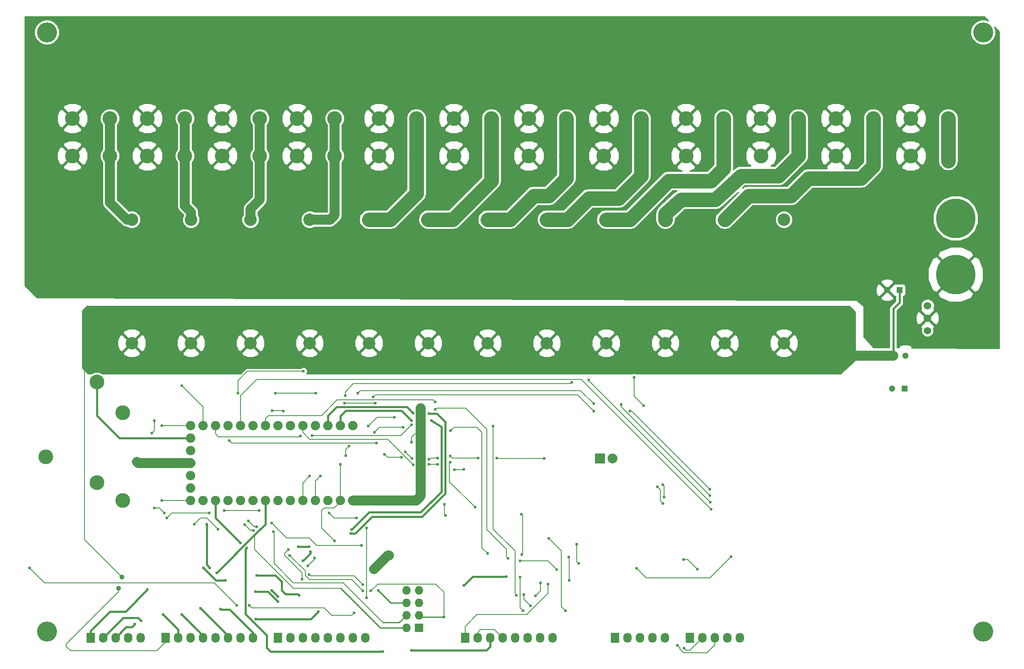
<source format=gbr>
G04 #@! TF.FileFunction,Copper,L2,Bot,Signal*
%FSLAX46Y46*%
G04 Gerber Fmt 4.6, Leading zero omitted, Abs format (unit mm)*
G04 Created by KiCad (PCBNEW (after 2015-may-25 BZR unknown)-product) date 06/09/2015 16:48:43*
%MOMM*%
G01*
G04 APERTURE LIST*
%ADD10C,0.100000*%
%ADD11R,1.300000X1.300000*%
%ADD12C,1.300000*%
%ADD13C,2.540000*%
%ADD14C,1.524000*%
%ADD15R,2.000000X2.000000*%
%ADD16C,2.000000*%
%ADD17R,1.727200X2.032000*%
%ADD18O,1.727200X2.032000*%
%ADD19C,1.900000*%
%ADD20C,8.000000*%
%ADD21C,4.064000*%
%ADD22C,3.000000*%
%ADD23R,1.727200X1.727200*%
%ADD24O,1.727200X1.727200*%
%ADD25C,0.600000*%
%ADD26C,1.000000*%
%ADD27C,0.400000*%
%ADD28C,2.000000*%
%ADD29C,0.200000*%
%ADD30C,0.250000*%
%ADD31C,3.000000*%
%ADD32C,0.254000*%
G04 APERTURE END LIST*
D10*
D11*
X222504000Y-82423000D03*
D12*
X220004000Y-82423000D03*
X223734000Y-95758000D03*
D11*
X221234000Y-95758000D03*
D13*
X199009000Y-93218000D03*
X199009000Y-68072000D03*
X186944000Y-93218000D03*
X186944000Y-68072000D03*
X174879000Y-93218000D03*
X174879000Y-68072000D03*
X162814000Y-93218000D03*
X162814000Y-68072000D03*
X150749000Y-93218000D03*
X150749000Y-68072000D03*
X138684000Y-93218000D03*
X138684000Y-68072000D03*
X126619000Y-93218000D03*
X126619000Y-68072000D03*
X114554000Y-93218000D03*
X114554000Y-68072000D03*
X90424000Y-93218000D03*
X90424000Y-68072000D03*
X78359000Y-93218000D03*
X78359000Y-68072000D03*
X66294000Y-93218000D03*
X66294000Y-68072000D03*
X102489000Y-93218000D03*
X102489000Y-68072000D03*
D14*
X228219000Y-85598000D03*
X228219000Y-88138000D03*
X228219000Y-90678000D03*
D11*
X223520000Y-102489000D03*
D12*
X221020000Y-102489000D03*
D15*
X161544000Y-116713000D03*
D16*
X164084000Y-116713000D03*
D17*
X73152000Y-153162000D03*
D18*
X75692000Y-153162000D03*
X78232000Y-153162000D03*
X80772000Y-153162000D03*
X83312000Y-153162000D03*
X85852000Y-153162000D03*
X88392000Y-153162000D03*
X90932000Y-153162000D03*
D17*
X164592000Y-153162000D03*
D18*
X167132000Y-153162000D03*
X169672000Y-153162000D03*
X172212000Y-153162000D03*
X174752000Y-153162000D03*
D17*
X179832000Y-153162000D03*
D18*
X182372000Y-153162000D03*
X184912000Y-153162000D03*
X187452000Y-153162000D03*
X189992000Y-153162000D03*
D17*
X57912000Y-153162000D03*
D18*
X60452000Y-153162000D03*
X62992000Y-153162000D03*
X65532000Y-153162000D03*
X68072000Y-153162000D03*
D17*
X134112000Y-153162000D03*
D18*
X136652000Y-153162000D03*
X139192000Y-153162000D03*
X141732000Y-153162000D03*
X144272000Y-153162000D03*
X146812000Y-153162000D03*
X149352000Y-153162000D03*
X151892000Y-153162000D03*
D17*
X96012000Y-153162000D03*
D18*
X98552000Y-153162000D03*
X101092000Y-153162000D03*
X103632000Y-153162000D03*
X106172000Y-153162000D03*
X108712000Y-153162000D03*
X111252000Y-153162000D03*
X113792000Y-153162000D03*
D19*
X108712000Y-109982000D03*
X106172000Y-109982000D03*
X103632000Y-109982000D03*
X101092000Y-109982000D03*
X98552000Y-109982000D03*
X96012000Y-109982000D03*
X93472000Y-109982000D03*
X90932000Y-109982000D03*
X88392000Y-109982000D03*
X85852000Y-109982000D03*
X83312000Y-109982000D03*
X80772000Y-109982000D03*
X78232000Y-109982000D03*
X111252000Y-109982000D03*
X78232000Y-112522000D03*
X78232000Y-115062000D03*
X78232000Y-117602000D03*
X78232000Y-120142000D03*
X78232000Y-122682000D03*
X78232000Y-125222000D03*
X80772000Y-125222000D03*
X83312000Y-125222000D03*
X85852000Y-125222000D03*
X88392000Y-125222000D03*
X90932000Y-125222000D03*
X93472000Y-125222000D03*
X96012000Y-125222000D03*
X98552000Y-125222000D03*
X101092000Y-125222000D03*
X103632000Y-125222000D03*
X106172000Y-125222000D03*
X108712000Y-125222000D03*
X111252000Y-125222000D03*
D20*
X233934000Y-79248000D03*
D21*
X49022000Y-151892000D03*
X49022000Y-29972000D03*
X239522000Y-29972000D03*
X239522000Y-151892000D03*
D20*
X233934000Y-67818000D03*
D22*
X179070000Y-55118000D03*
X179070000Y-47498000D03*
X186690000Y-55118000D03*
X186690000Y-47498000D03*
X194310000Y-55118000D03*
X194310000Y-47498000D03*
X201930000Y-55118000D03*
X201930000Y-47498000D03*
X209550000Y-55118000D03*
X209550000Y-47498000D03*
X217170000Y-55118000D03*
X217170000Y-47498000D03*
X224790000Y-55118000D03*
X224790000Y-47498000D03*
X232410000Y-55118000D03*
X232410000Y-47498000D03*
X116586000Y-55118000D03*
X116586000Y-47498000D03*
X124206000Y-55118000D03*
X124206000Y-47498000D03*
X131826000Y-55118000D03*
X131826000Y-47498000D03*
X139446000Y-55118000D03*
X139446000Y-47498000D03*
X147066000Y-55118000D03*
X147066000Y-47498000D03*
X154686000Y-55118000D03*
X154686000Y-47498000D03*
X162306000Y-55118000D03*
X162306000Y-47498000D03*
X169926000Y-55118000D03*
X169926000Y-47498000D03*
X54229000Y-55118000D03*
X54229000Y-47498000D03*
X61849000Y-55118000D03*
X61849000Y-47498000D03*
X69469000Y-55118000D03*
X69469000Y-47498000D03*
X77089000Y-55118000D03*
X77089000Y-47498000D03*
X84709000Y-55118000D03*
X84709000Y-47498000D03*
X92329000Y-55118000D03*
X92329000Y-47498000D03*
X99949000Y-55118000D03*
X99949000Y-47498000D03*
X107569000Y-55118000D03*
X107569000Y-47498000D03*
X59182000Y-121615200D03*
X59182000Y-101117400D03*
X48771175Y-116332000D03*
X64452500Y-107378500D03*
X64452500Y-125285500D03*
D23*
X124714000Y-151130000D03*
D24*
X122174000Y-151130000D03*
X124714000Y-148590000D03*
X122174000Y-148590000D03*
X124714000Y-146050000D03*
X122174000Y-146050000D03*
X124714000Y-143510000D03*
X122174000Y-143510000D03*
D25*
X81534000Y-130048000D03*
X82169000Y-138938000D03*
X125095000Y-106426000D03*
X130175000Y-128270000D03*
X129921000Y-125984000D03*
X152781000Y-139319000D03*
X145288000Y-137541000D03*
X123190000Y-113411000D03*
X124841000Y-111633000D03*
X102108000Y-138557000D03*
X103505000Y-136906000D03*
X145669000Y-136271000D03*
X145542000Y-128016000D03*
X157226000Y-138049000D03*
X156845000Y-134112000D03*
X133858000Y-118872000D03*
X131953000Y-118999000D03*
X107569000Y-133477000D03*
X78994000Y-130048000D03*
X83820000Y-131064000D03*
X119761000Y-108331000D03*
X114427000Y-110109000D03*
X108712000Y-117856000D03*
X110490000Y-114173000D03*
X109855000Y-116078000D03*
X67310000Y-117348000D03*
X115570000Y-139192000D03*
X118618000Y-136398000D03*
X151003000Y-142240000D03*
D26*
X63627000Y-143129000D03*
X64262000Y-140843000D03*
X57785000Y-94234000D03*
D25*
X106426000Y-127762000D03*
X112014000Y-128778000D03*
X114046000Y-130810000D03*
X114046000Y-145034000D03*
X111506000Y-148082000D03*
X90170000Y-146558000D03*
X87630000Y-146558000D03*
X45466000Y-138938000D03*
X104267000Y-147828000D03*
X91567000Y-149352000D03*
X96012000Y-145796000D03*
X91440000Y-143764000D03*
X94742000Y-143510000D03*
X96012000Y-144780000D03*
X83566000Y-139954000D03*
X80899000Y-138938000D03*
X85344000Y-141478000D03*
X95123000Y-131572000D03*
X72644000Y-148463000D03*
X76454000Y-148463000D03*
X80264000Y-147193000D03*
X84328000Y-147320000D03*
X181356000Y-139192000D03*
X178562000Y-137287000D03*
X178689000Y-155321000D03*
X177355500Y-154749500D03*
X145923000Y-147701000D03*
X145288000Y-140843000D03*
X148463000Y-144653000D03*
X149479000Y-141986000D03*
X147447000Y-146685000D03*
X146050000Y-144399000D03*
X144526000Y-144526000D03*
X139827000Y-110109000D03*
X69469000Y-143383000D03*
X68199000Y-149733000D03*
X66929000Y-150368000D03*
X183896000Y-122936000D03*
X167640000Y-107061000D03*
X160274000Y-107061000D03*
X115443000Y-104140000D03*
X115824000Y-105410000D03*
X109601000Y-105410000D03*
X97155000Y-107061000D03*
X94869000Y-106934000D03*
X184150000Y-127000000D03*
X184023000Y-125603000D03*
X159258000Y-100711000D03*
X155829000Y-101219000D03*
X109728000Y-103886000D03*
X102489000Y-120269000D03*
X86106000Y-113030000D03*
X116078000Y-113538000D03*
X115697000Y-111379000D03*
X121539000Y-110363000D03*
X131191000Y-110998000D03*
X138684000Y-136017000D03*
X136144000Y-126619000D03*
X131064000Y-117475000D03*
X128524000Y-117856000D03*
X126746000Y-117856000D03*
X123571000Y-117983000D03*
X142875000Y-137033000D03*
X128016000Y-106680000D03*
X123190000Y-109855000D03*
X102997000Y-112014000D03*
X100584000Y-112141000D03*
X100203000Y-134620000D03*
X102362000Y-134620000D03*
X110998000Y-131191000D03*
X127254000Y-108966000D03*
X123190000Y-108966000D03*
X101092000Y-137541000D03*
X102616000Y-135636000D03*
X110871000Y-131953000D03*
X126746000Y-107569000D03*
X123571000Y-107442000D03*
X72898000Y-127762000D03*
X70866000Y-126746000D03*
X70358000Y-111506000D03*
X70866000Y-108966000D03*
X76454000Y-101854000D03*
X72390000Y-109982000D03*
X72390000Y-125222000D03*
X89281000Y-130175000D03*
X91059000Y-131318000D03*
X98425000Y-136398000D03*
X113284000Y-143637000D03*
X114935000Y-143637000D03*
X129794000Y-148971000D03*
X116459000Y-143510000D03*
X113284000Y-142367000D03*
X102362000Y-140335000D03*
X100965000Y-141224000D03*
X98171000Y-135255000D03*
X91694000Y-130556000D03*
X90043000Y-129413000D03*
X73406000Y-128778000D03*
X82042000Y-127762000D03*
X85090000Y-127254000D03*
X92202000Y-127254000D03*
X94742000Y-129794000D03*
X113030000Y-134366000D03*
X128016000Y-105156000D03*
X88392000Y-133858000D03*
X89662000Y-134874000D03*
X123190000Y-155702000D03*
X117348000Y-155956000D03*
X188277500Y-136715500D03*
X169037000Y-139065000D03*
X155194000Y-136779000D03*
X155321000Y-141478000D03*
X133858000Y-142494000D03*
X142494000Y-140716000D03*
X100330000Y-144526000D03*
X91694000Y-140462000D03*
X150241000Y-116713000D03*
X140589000Y-116586000D03*
X136779000Y-116586000D03*
X131064000Y-116205000D03*
X128524000Y-116586000D03*
X126746000Y-116840000D03*
X123317000Y-116713000D03*
X121920000Y-115316000D03*
X121158000Y-116459000D03*
X117729000Y-115824000D03*
X151130000Y-132969000D03*
X154559000Y-147701000D03*
X174625000Y-124587000D03*
X174371000Y-122047000D03*
X173228000Y-122428000D03*
X174371000Y-125857000D03*
X183896000Y-124206000D03*
X165862000Y-105664000D03*
X160274000Y-105537000D03*
X112268000Y-103378000D03*
X104648000Y-120269000D03*
X170434000Y-105918000D03*
X168529000Y-100203000D03*
X101219000Y-98933000D03*
X87884000Y-103378000D03*
X95504000Y-103378000D03*
X103759000Y-103378000D03*
D27*
X81534000Y-138303000D02*
X81534000Y-130048000D01*
X82169000Y-138938000D02*
X81534000Y-138303000D01*
D28*
X125095000Y-111506000D02*
X125095000Y-106426000D01*
X125095000Y-124333000D02*
X125095000Y-111506000D01*
X124206000Y-125222000D02*
X125095000Y-124333000D01*
X111252000Y-125222000D02*
X124206000Y-125222000D01*
D29*
X130175000Y-128270000D02*
X129921000Y-128016000D01*
X129921000Y-128016000D02*
X129921000Y-125984000D01*
X152781000Y-139319000D02*
X151003000Y-137541000D01*
X151003000Y-137541000D02*
X145288000Y-137541000D01*
X123952000Y-111633000D02*
X123190000Y-112395000D01*
X123190000Y-112395000D02*
X123190000Y-113411000D01*
X125095000Y-111506000D02*
X124968000Y-111506000D01*
X124841000Y-111633000D02*
X124968000Y-111506000D01*
X124841000Y-111633000D02*
X123952000Y-111633000D01*
X102108000Y-138557000D02*
X103505000Y-137160000D01*
X103505000Y-137160000D02*
X103505000Y-136906000D01*
X145669000Y-136271000D02*
X145796000Y-136144000D01*
X145796000Y-136144000D02*
X145796000Y-128270000D01*
X145796000Y-128270000D02*
X145542000Y-128016000D01*
X157226000Y-138049000D02*
X156845000Y-137668000D01*
X156845000Y-137668000D02*
X156845000Y-134112000D01*
X133858000Y-118872000D02*
X133731000Y-118999000D01*
X133731000Y-118999000D02*
X131953000Y-118999000D01*
X107442000Y-126746000D02*
X105410000Y-126746000D01*
X105410000Y-126746000D02*
X104902000Y-127254000D01*
X104902000Y-127254000D02*
X104902000Y-130810000D01*
X104902000Y-130810000D02*
X107569000Y-133477000D01*
X108712000Y-125476000D02*
X107442000Y-126746000D01*
X108712000Y-125222000D02*
X108712000Y-125476000D01*
X78994000Y-130048000D02*
X80264000Y-128778000D01*
X80264000Y-128778000D02*
X81534000Y-128778000D01*
X81534000Y-128778000D02*
X83820000Y-131064000D01*
X116205000Y-108331000D02*
X119761000Y-108331000D01*
X114427000Y-110109000D02*
X116205000Y-108331000D01*
X108712000Y-125222000D02*
X108712000Y-117856000D01*
X110490000Y-114173000D02*
X109855000Y-114808000D01*
X109855000Y-114808000D02*
X109855000Y-116078000D01*
D28*
X67564000Y-117602000D02*
X67310000Y-117348000D01*
X78232000Y-117602000D02*
X67564000Y-117602000D01*
X115570000Y-139192000D02*
X118364000Y-136398000D01*
X118364000Y-136398000D02*
X118618000Y-136398000D01*
D29*
X134112000Y-150876000D02*
X136525000Y-148463000D01*
X136525000Y-148463000D02*
X146685000Y-148463000D01*
X146685000Y-148463000D02*
X151003000Y-144145000D01*
X151003000Y-144145000D02*
X151003000Y-142240000D01*
X134112000Y-153162000D02*
X134112000Y-150876000D01*
D28*
X221234000Y-95758000D02*
X212344000Y-95758000D01*
D29*
X71374000Y-155829000D02*
X53848000Y-155829000D01*
X53848000Y-155829000D02*
X52959000Y-154940000D01*
X52959000Y-154940000D02*
X52959000Y-154432000D01*
X52959000Y-154432000D02*
X63627000Y-143764000D01*
X63627000Y-143764000D02*
X63627000Y-143129000D01*
X64262000Y-140843000D02*
X56642000Y-133223000D01*
X56642000Y-133223000D02*
X56642000Y-95377000D01*
X56642000Y-95377000D02*
X57785000Y-94234000D01*
X73152000Y-154051000D02*
X71374000Y-155829000D01*
X73152000Y-153162000D02*
X73152000Y-154051000D01*
D27*
X221234000Y-86233000D02*
X222504000Y-84963000D01*
X222504000Y-84963000D02*
X222504000Y-82423000D01*
X221234000Y-95758000D02*
X221234000Y-91948000D01*
X221234000Y-90678000D02*
X221234000Y-91948000D01*
X221234000Y-90678000D02*
X221234000Y-86233000D01*
D29*
X106426000Y-127762000D02*
X107442000Y-128778000D01*
X107442000Y-128778000D02*
X112014000Y-128778000D01*
X114046000Y-130810000D02*
X114046000Y-145034000D01*
X111506000Y-148082000D02*
X110998000Y-148590000D01*
X110998000Y-148590000D02*
X106934000Y-148590000D01*
X106934000Y-148590000D02*
X105410000Y-147066000D01*
X105410000Y-147066000D02*
X90678000Y-147066000D01*
X90678000Y-147066000D02*
X90170000Y-146558000D01*
X87630000Y-146558000D02*
X83058000Y-141986000D01*
X83058000Y-141986000D02*
X48514000Y-141986000D01*
X48514000Y-141986000D02*
X45466000Y-138938000D01*
D27*
X104267000Y-147828000D02*
X102743000Y-149352000D01*
X102743000Y-149352000D02*
X91567000Y-149352000D01*
X96012000Y-145796000D02*
X93980000Y-143764000D01*
X93980000Y-143764000D02*
X91440000Y-143764000D01*
X94742000Y-143510000D02*
X96012000Y-144780000D01*
D30*
X119888000Y-151130000D02*
X116840000Y-151130000D01*
D29*
X108839000Y-143129000D02*
X99187000Y-143129000D01*
X99187000Y-143129000D02*
X91313000Y-135255000D01*
X91313000Y-132207000D02*
X91313000Y-135255000D01*
D30*
X119888000Y-151130000D02*
X122174000Y-151130000D01*
X116840000Y-151130000D02*
X108839000Y-143129000D01*
D27*
X91313000Y-132207000D02*
X93472000Y-130048000D01*
X83566000Y-139954000D02*
X91313000Y-132207000D01*
X93472000Y-130048000D02*
X93472000Y-125222000D01*
D30*
X117411500Y-150050500D02*
X120713500Y-150050500D01*
X120713500Y-150050500D02*
X122174000Y-148590000D01*
D27*
X80899000Y-138938000D02*
X83439000Y-141478000D01*
X83439000Y-141478000D02*
X84074000Y-141478000D01*
X84074000Y-141478000D02*
X85344000Y-141478000D01*
D29*
X117475000Y-150114000D02*
X117411500Y-150050500D01*
X117411500Y-150050500D02*
X109347000Y-141986000D01*
X109347000Y-141986000D02*
X99187000Y-141986000D01*
X99187000Y-141986000D02*
X95250000Y-138049000D01*
X95250000Y-138049000D02*
X95250000Y-131699000D01*
X95250000Y-131699000D02*
X95123000Y-131572000D01*
D27*
X75692000Y-151511000D02*
X75692000Y-153162000D01*
X72644000Y-148463000D02*
X75692000Y-151511000D01*
X80772000Y-152781000D02*
X80772000Y-153162000D01*
X76454000Y-148463000D02*
X80772000Y-152781000D01*
X85852000Y-152781000D02*
X85852000Y-153162000D01*
X80264000Y-147193000D02*
X85852000Y-152781000D01*
X90932000Y-152146000D02*
X90932000Y-153162000D01*
X90932000Y-152146000D02*
X90932000Y-153162000D01*
X84328000Y-147320000D02*
X84455000Y-147447000D01*
X84455000Y-147447000D02*
X86233000Y-147447000D01*
X86233000Y-147447000D02*
X90932000Y-152146000D01*
D29*
X181356000Y-139192000D02*
X179451000Y-137287000D01*
X179451000Y-137287000D02*
X178562000Y-137287000D01*
X178689000Y-155321000D02*
X179070000Y-155702000D01*
X179070000Y-155702000D02*
X179832000Y-155702000D01*
X179832000Y-155702000D02*
X182372000Y-153162000D01*
X184912000Y-154622500D02*
X184912000Y-153162000D01*
X183324500Y-156210000D02*
X184912000Y-154622500D01*
X178562000Y-156210000D02*
X183324500Y-156210000D01*
X177800000Y-155448000D02*
X178562000Y-156210000D01*
X177800000Y-155194000D02*
X177800000Y-155448000D01*
X177355500Y-154749500D02*
X177800000Y-155194000D01*
X145923000Y-147701000D02*
X145288000Y-147066000D01*
X145288000Y-147066000D02*
X145288000Y-140843000D01*
X148463000Y-144653000D02*
X149479000Y-143637000D01*
X149479000Y-143637000D02*
X149479000Y-141986000D01*
X147447000Y-146685000D02*
X146050000Y-145288000D01*
X146050000Y-145288000D02*
X146050000Y-144399000D01*
X144526000Y-144526000D02*
X144272000Y-144272000D01*
X144272000Y-144272000D02*
X144272000Y-135509000D01*
X144272000Y-135509000D02*
X139827000Y-131064000D01*
X139827000Y-131064000D02*
X139827000Y-110109000D01*
D27*
X69469000Y-143383000D02*
X65024000Y-147828000D01*
X65024000Y-147828000D02*
X61849000Y-147828000D01*
X61849000Y-147828000D02*
X57912000Y-151765000D01*
X57912000Y-151765000D02*
X57912000Y-153162000D01*
X60452000Y-152400000D02*
X60452000Y-153162000D01*
X68199000Y-149733000D02*
X67564000Y-149098000D01*
X67564000Y-149098000D02*
X64516000Y-149098000D01*
X64516000Y-149098000D02*
X60452000Y-153162000D01*
X62992000Y-152400000D02*
X62992000Y-153162000D01*
X66929000Y-150368000D02*
X66294000Y-151003000D01*
X66294000Y-151003000D02*
X65151000Y-151003000D01*
X65151000Y-151003000D02*
X62992000Y-153162000D01*
D29*
X183896000Y-122936000D02*
X168021000Y-107061000D01*
X168021000Y-107061000D02*
X167640000Y-107061000D01*
X160274000Y-107061000D02*
X156972000Y-103759000D01*
X156972000Y-103759000D02*
X115824000Y-103759000D01*
X115824000Y-103759000D02*
X115443000Y-104140000D01*
X115824000Y-105410000D02*
X109601000Y-105410000D01*
X97155000Y-107061000D02*
X97028000Y-106934000D01*
X97028000Y-106934000D02*
X94869000Y-106934000D01*
X184150000Y-127000000D02*
X157734000Y-100584000D01*
X157734000Y-100584000D02*
X91694000Y-100584000D01*
X91694000Y-100584000D02*
X88392000Y-103886000D01*
X88392000Y-103886000D02*
X88392000Y-109982000D01*
X184023000Y-125603000D02*
X159258000Y-100838000D01*
X159258000Y-100838000D02*
X159258000Y-100711000D01*
X155829000Y-101219000D02*
X155575000Y-101473000D01*
X155575000Y-101473000D02*
X111379000Y-101473000D01*
X111379000Y-101473000D02*
X109728000Y-103124000D01*
X109728000Y-103124000D02*
X109728000Y-103886000D01*
X102489000Y-120269000D02*
X101092000Y-121666000D01*
X101092000Y-121666000D02*
X101092000Y-125222000D01*
X86106000Y-113030000D02*
X86614000Y-113538000D01*
X86614000Y-113538000D02*
X116078000Y-113538000D01*
X115697000Y-111379000D02*
X116713000Y-110363000D01*
X116713000Y-110363000D02*
X121539000Y-110363000D01*
X131191000Y-110998000D02*
X131826000Y-110363000D01*
X131826000Y-110363000D02*
X136525000Y-110363000D01*
X136525000Y-110363000D02*
X137541000Y-111379000D01*
X137541000Y-111379000D02*
X137541000Y-134874000D01*
X137541000Y-134874000D02*
X138684000Y-136017000D01*
X136144000Y-126619000D02*
X130937000Y-121412000D01*
X130937000Y-121412000D02*
X130937000Y-117602000D01*
X130937000Y-117602000D02*
X131064000Y-117475000D01*
X128524000Y-117856000D02*
X126746000Y-117856000D01*
X123571000Y-117983000D02*
X118364000Y-112776000D01*
X118364000Y-112776000D02*
X102489000Y-112776000D01*
X102489000Y-112776000D02*
X101092000Y-111379000D01*
X101092000Y-111379000D02*
X101092000Y-109982000D01*
X142875000Y-137033000D02*
X142494000Y-136652000D01*
X142494000Y-136652000D02*
X142494000Y-135128000D01*
X142494000Y-135128000D02*
X138557000Y-131191000D01*
X138557000Y-131191000D02*
X138557000Y-110744000D01*
X138557000Y-110744000D02*
X134239000Y-106426000D01*
X134239000Y-106426000D02*
X128270000Y-106426000D01*
X128270000Y-106426000D02*
X128016000Y-106680000D01*
X123190000Y-109855000D02*
X121031000Y-112014000D01*
X121031000Y-112014000D02*
X102997000Y-112014000D01*
X100584000Y-112141000D02*
X100457000Y-112268000D01*
X100457000Y-112268000D02*
X83947000Y-112268000D01*
X83947000Y-112268000D02*
X83312000Y-111633000D01*
X83312000Y-111633000D02*
X83312000Y-109982000D01*
D27*
X100203000Y-134620000D02*
X102362000Y-134620000D01*
X110998000Y-131191000D02*
X114554000Y-127635000D01*
X114554000Y-127635000D02*
X125095000Y-127635000D01*
X125095000Y-127635000D02*
X129286000Y-123444000D01*
X129286000Y-123444000D02*
X129286000Y-110236000D01*
X129286000Y-110236000D02*
X127254000Y-108966000D01*
X123190000Y-108966000D02*
X121158000Y-106934000D01*
X121158000Y-106934000D02*
X109855000Y-106934000D01*
X109855000Y-106934000D02*
X108712000Y-108077000D01*
X108712000Y-108077000D02*
X108712000Y-109982000D01*
X101092000Y-137541000D02*
X102616000Y-136017000D01*
X102616000Y-136017000D02*
X102616000Y-135636000D01*
X110871000Y-131953000D02*
X111760000Y-131953000D01*
X111760000Y-131953000D02*
X115189000Y-128524000D01*
X115189000Y-128524000D02*
X125349000Y-128524000D01*
X125349000Y-128524000D02*
X130048000Y-123825000D01*
X130048000Y-123825000D02*
X130048000Y-109220000D01*
X130048000Y-109220000D02*
X128397000Y-107569000D01*
X128397000Y-107569000D02*
X126746000Y-107569000D01*
X123571000Y-107442000D02*
X122301000Y-106172000D01*
X122301000Y-106172000D02*
X107950000Y-106172000D01*
X107950000Y-106172000D02*
X106172000Y-107950000D01*
X106172000Y-107950000D02*
X106172000Y-109982000D01*
D29*
X72898000Y-127762000D02*
X71882000Y-126746000D01*
X71882000Y-126746000D02*
X70866000Y-126746000D01*
X70358000Y-111506000D02*
X70866000Y-110998000D01*
X70866000Y-110998000D02*
X70866000Y-108966000D01*
X76454000Y-101854000D02*
X80772000Y-106172000D01*
X80772000Y-106172000D02*
X80772000Y-109982000D01*
X72390000Y-109982000D02*
X78232000Y-109982000D01*
X72390000Y-125222000D02*
X78232000Y-125222000D01*
D31*
X232410000Y-56134000D02*
X232410000Y-55118000D01*
X232410000Y-55118000D02*
X232410000Y-47498000D01*
X191770000Y-63246000D02*
X200406000Y-63246000D01*
X200406000Y-63246000D02*
X203962000Y-59690000D01*
X203962000Y-59690000D02*
X214630000Y-59690000D01*
X214630000Y-59690000D02*
X217170000Y-57150000D01*
X217170000Y-57150000D02*
X217170000Y-55118000D01*
X186944000Y-68072000D02*
X191770000Y-63246000D01*
X217170000Y-55118000D02*
X217170000Y-47498000D01*
X178054000Y-64008000D02*
X185039000Y-64008000D01*
X185039000Y-64008000D02*
X190246000Y-59182000D01*
X190246000Y-59182000D02*
X197866000Y-59182000D01*
X197866000Y-59182000D02*
X201930000Y-55118000D01*
X174879000Y-66929000D02*
X178054000Y-64008000D01*
X174879000Y-68072000D02*
X174879000Y-66929000D01*
X201930000Y-55118000D02*
X201930000Y-47498000D01*
X167640000Y-68072000D02*
X175514000Y-60198000D01*
X175514000Y-60198000D02*
X184150000Y-60198000D01*
X184150000Y-60198000D02*
X186690000Y-57658000D01*
X186690000Y-57658000D02*
X186690000Y-55118000D01*
X162814000Y-68072000D02*
X167640000Y-68072000D01*
X186690000Y-55118000D02*
X186690000Y-47498000D01*
X154940000Y-68072000D02*
X159258000Y-63754000D01*
X159258000Y-63754000D02*
X165354000Y-63754000D01*
X165354000Y-63754000D02*
X169926000Y-59182000D01*
X169926000Y-59182000D02*
X169926000Y-55118000D01*
X150749000Y-68072000D02*
X154940000Y-68072000D01*
X169926000Y-55118000D02*
X169926000Y-47498000D01*
X143256000Y-68072000D02*
X148082000Y-63246000D01*
X148082000Y-63246000D02*
X151130000Y-63246000D01*
X151130000Y-63246000D02*
X154686000Y-59690000D01*
X154686000Y-59690000D02*
X154686000Y-55118000D01*
X138684000Y-68072000D02*
X143256000Y-68072000D01*
X154686000Y-55118000D02*
X154686000Y-47498000D01*
X131572000Y-68072000D02*
X139446000Y-60198000D01*
X139446000Y-60198000D02*
X139446000Y-55118000D01*
X126619000Y-68072000D02*
X131572000Y-68072000D01*
X139446000Y-55118000D02*
X139446000Y-47498000D01*
X118872000Y-68072000D02*
X124206000Y-62738000D01*
X124206000Y-62738000D02*
X124206000Y-55118000D01*
X114554000Y-68072000D02*
X118872000Y-68072000D01*
X124206000Y-55118000D02*
X124206000Y-47498000D01*
D28*
X106680000Y-68072000D02*
X107569000Y-67183000D01*
X107569000Y-67183000D02*
X107569000Y-55118000D01*
X102489000Y-68072000D02*
X106680000Y-68072000D01*
X107569000Y-47498000D02*
X107569000Y-55118000D01*
X90424000Y-65913000D02*
X92329000Y-64008000D01*
X92329000Y-64008000D02*
X92329000Y-55118000D01*
X90424000Y-68072000D02*
X90424000Y-65913000D01*
X92329000Y-47498000D02*
X92329000Y-55118000D01*
X78359000Y-66548000D02*
X77089000Y-65278000D01*
X77089000Y-65278000D02*
X77089000Y-55118000D01*
X78359000Y-68072000D02*
X78359000Y-66548000D01*
X77089000Y-47498000D02*
X77089000Y-55118000D01*
X61849000Y-64643000D02*
X61849000Y-55118000D01*
X65278000Y-68072000D02*
X61849000Y-64643000D01*
X66294000Y-68072000D02*
X65278000Y-68072000D01*
X61849000Y-47498000D02*
X61849000Y-55118000D01*
D30*
X129794000Y-148971000D02*
X125095000Y-148971000D01*
X125095000Y-148971000D02*
X124714000Y-148590000D01*
D29*
X89281000Y-130175000D02*
X90424000Y-131318000D01*
X90424000Y-131318000D02*
X91059000Y-131318000D01*
X98425000Y-136398000D02*
X101600000Y-139573000D01*
X101600000Y-139573000D02*
X101600000Y-140462000D01*
X101600000Y-140462000D02*
X102489000Y-141351000D01*
X102489000Y-141351000D02*
X110998000Y-141351000D01*
X110998000Y-141351000D02*
X113284000Y-143637000D01*
X114935000Y-143637000D02*
X116332000Y-142240000D01*
X116332000Y-142240000D02*
X128143000Y-142240000D01*
X128143000Y-142240000D02*
X129794000Y-143891000D01*
X129794000Y-143891000D02*
X129794000Y-148971000D01*
D30*
X122174000Y-146050000D02*
X118999000Y-146050000D01*
D29*
X111506000Y-140589000D02*
X113284000Y-142367000D01*
X102616000Y-140589000D02*
X111506000Y-140589000D01*
X102362000Y-140335000D02*
X102616000Y-140589000D01*
X100965000Y-139954000D02*
X100965000Y-141224000D01*
X97409000Y-136398000D02*
X100965000Y-139954000D01*
X97409000Y-136017000D02*
X97409000Y-136398000D01*
X98171000Y-135255000D02*
X97409000Y-136017000D01*
X91186000Y-130556000D02*
X91694000Y-130556000D01*
X90043000Y-129413000D02*
X91186000Y-130556000D01*
D30*
X118999000Y-146050000D02*
X116459000Y-143510000D01*
D29*
X73406000Y-128778000D02*
X74422000Y-127762000D01*
X74422000Y-127762000D02*
X82042000Y-127762000D01*
X85090000Y-127254000D02*
X92202000Y-127254000D01*
X94742000Y-129794000D02*
X97790000Y-132842000D01*
X97790000Y-132842000D02*
X102362000Y-132842000D01*
X102362000Y-132842000D02*
X103886000Y-134366000D01*
X103886000Y-134366000D02*
X113030000Y-134366000D01*
X128016000Y-105156000D02*
X127635000Y-104775000D01*
X127635000Y-104775000D02*
X108077000Y-104775000D01*
X108077000Y-104775000D02*
X104902000Y-107950000D01*
X104902000Y-107950000D02*
X94107000Y-107950000D01*
X94107000Y-107950000D02*
X93472000Y-108585000D01*
X93472000Y-108585000D02*
X93472000Y-109982000D01*
D27*
X83312000Y-128778000D02*
X88392000Y-133858000D01*
X89662000Y-134874000D02*
X89408000Y-135128000D01*
X89408000Y-135128000D02*
X89408000Y-148336000D01*
X89408000Y-148336000D02*
X93726000Y-152654000D01*
X93726000Y-152654000D02*
X93726000Y-155194000D01*
X93726000Y-155194000D02*
X94488000Y-155956000D01*
X83312000Y-125222000D02*
X83312000Y-128778000D01*
X139192000Y-154940000D02*
X138430000Y-155702000D01*
X138430000Y-155702000D02*
X123190000Y-155702000D01*
X117348000Y-155956000D02*
X94488000Y-155956000D01*
X139192000Y-153162000D02*
X139192000Y-154940000D01*
D29*
X188277500Y-136715500D02*
X183959500Y-141033500D01*
X183959500Y-141033500D02*
X171005500Y-141033500D01*
X171005500Y-141033500D02*
X169037000Y-139065000D01*
X140081000Y-151511000D02*
X141732000Y-153162000D01*
X137287000Y-151511000D02*
X140081000Y-151511000D01*
X136652000Y-152146000D02*
X137287000Y-151511000D01*
X136652000Y-153162000D02*
X136652000Y-152146000D01*
X155194000Y-136779000D02*
X155321000Y-136906000D01*
X155321000Y-136906000D02*
X155321000Y-141478000D01*
D27*
X133858000Y-142494000D02*
X135636000Y-140716000D01*
X135636000Y-140716000D02*
X142494000Y-140716000D01*
X100330000Y-144526000D02*
X100076000Y-144272000D01*
X100076000Y-144272000D02*
X97536000Y-144272000D01*
X97536000Y-144272000D02*
X96774000Y-143510000D01*
X96774000Y-143510000D02*
X96774000Y-141732000D01*
X96774000Y-141732000D02*
X95504000Y-140462000D01*
X95504000Y-140462000D02*
X91694000Y-140462000D01*
D29*
X140716000Y-116713000D02*
X150241000Y-116713000D01*
X140589000Y-116586000D02*
X140716000Y-116713000D01*
X131445000Y-116586000D02*
X136779000Y-116586000D01*
X131064000Y-116205000D02*
X131445000Y-116586000D01*
X127000000Y-116586000D02*
X128524000Y-116586000D01*
X126746000Y-116840000D02*
X127000000Y-116586000D01*
X121920000Y-115316000D02*
X123317000Y-116713000D01*
X118364000Y-116459000D02*
X121158000Y-116459000D01*
X117729000Y-115824000D02*
X118364000Y-116459000D01*
X151130000Y-132969000D02*
X153670000Y-135509000D01*
X153670000Y-135509000D02*
X153670000Y-146812000D01*
X153670000Y-146812000D02*
X154559000Y-147701000D01*
X174625000Y-122301000D02*
X174625000Y-124587000D01*
X174371000Y-122047000D02*
X174625000Y-122301000D01*
X173228000Y-122428000D02*
X173863000Y-123063000D01*
X173863000Y-123063000D02*
X173863000Y-125349000D01*
X173863000Y-125349000D02*
X174371000Y-125857000D01*
X183896000Y-124206000D02*
X165862000Y-106172000D01*
X165862000Y-106172000D02*
X165862000Y-105664000D01*
X160274000Y-105537000D02*
X157607000Y-102870000D01*
X157607000Y-102870000D02*
X112776000Y-102870000D01*
X112776000Y-102870000D02*
X112268000Y-103378000D01*
X104648000Y-120269000D02*
X103632000Y-121285000D01*
X103632000Y-121285000D02*
X103632000Y-125222000D01*
X170434000Y-105918000D02*
X168529000Y-104013000D01*
X168529000Y-104013000D02*
X168529000Y-100203000D01*
X101219000Y-98933000D02*
X89789000Y-98933000D01*
X89789000Y-98933000D02*
X87884000Y-100838000D01*
X87884000Y-100838000D02*
X87884000Y-103378000D01*
X95504000Y-103378000D02*
X103759000Y-103378000D01*
D27*
X63754000Y-112522000D02*
X59182000Y-107950000D01*
X59182000Y-107950000D02*
X59182000Y-101117400D01*
X78232000Y-112522000D02*
X63754000Y-112522000D01*
D32*
G36*
X242755000Y-94287850D02*
X239579348Y-94265402D01*
X239579348Y-78225282D01*
X238758244Y-76142751D01*
X238649035Y-75979307D01*
X238561801Y-75937611D01*
X238561801Y-66901671D01*
X237858867Y-65200439D01*
X236558407Y-63897708D01*
X234858405Y-63191805D01*
X234437351Y-63191437D01*
X234437351Y-54716574D01*
X234437000Y-54715724D01*
X234437000Y-47498623D01*
X234437000Y-47498000D01*
X234437351Y-47096574D01*
X234282704Y-46722301D01*
X234129409Y-46351297D01*
X233559702Y-45780595D01*
X232814964Y-45471353D01*
X232008574Y-45470649D01*
X231263297Y-45778591D01*
X230692595Y-46348298D01*
X230383353Y-47093036D01*
X230382649Y-47899426D01*
X230383000Y-47900275D01*
X230383000Y-55117376D01*
X230382649Y-55519426D01*
X230383000Y-55520275D01*
X230383000Y-56134000D01*
X230537296Y-56909699D01*
X230976695Y-57567305D01*
X231634301Y-58006704D01*
X232410000Y-58161000D01*
X233185699Y-58006704D01*
X233843305Y-57567305D01*
X234282704Y-56909699D01*
X234437000Y-56134000D01*
X234437000Y-55118623D01*
X234437000Y-55118000D01*
X234437351Y-54716574D01*
X234437351Y-63191437D01*
X233017671Y-63190199D01*
X231316439Y-63893133D01*
X230013708Y-65193593D01*
X229307805Y-66893595D01*
X229306199Y-68734329D01*
X230009133Y-70435561D01*
X231309593Y-71738292D01*
X233009595Y-72444195D01*
X234850329Y-72445801D01*
X236551561Y-71742867D01*
X237854292Y-70442407D01*
X238560195Y-68742405D01*
X238561801Y-66901671D01*
X238561801Y-75937611D01*
X237791958Y-75569647D01*
X237612353Y-75749252D01*
X237612353Y-75390042D01*
X237202693Y-74532965D01*
X235149513Y-73641002D01*
X232911282Y-73602652D01*
X230828751Y-74423756D01*
X230665307Y-74532965D01*
X230255647Y-75390042D01*
X233934000Y-79068395D01*
X237612353Y-75390042D01*
X237612353Y-75749252D01*
X234113605Y-79248000D01*
X237791958Y-82926353D01*
X238649035Y-82516693D01*
X239540998Y-80463513D01*
X239579348Y-78225282D01*
X239579348Y-94265402D01*
X237612353Y-94251497D01*
X237612353Y-83105958D01*
X233934000Y-79427605D01*
X233754395Y-79607210D01*
X233754395Y-79248000D01*
X230076042Y-75569647D01*
X229218965Y-75979307D01*
X228327002Y-78032487D01*
X228288652Y-80270718D01*
X229109756Y-82353249D01*
X229218965Y-82516693D01*
X230076042Y-82926353D01*
X233754395Y-79248000D01*
X233754395Y-79607210D01*
X230255647Y-83105958D01*
X230665307Y-83963035D01*
X232718487Y-84854998D01*
X234956718Y-84893348D01*
X237039249Y-84072244D01*
X237202693Y-83963035D01*
X237612353Y-83105958D01*
X237612353Y-94251497D01*
X230613928Y-94202027D01*
X230613928Y-88582362D01*
X230601674Y-87632038D01*
X230261575Y-86810964D01*
X229740747Y-86795858D01*
X229608240Y-86928365D01*
X229608240Y-85322923D01*
X229397223Y-84812223D01*
X229006833Y-84421150D01*
X228496501Y-84209242D01*
X227943923Y-84208760D01*
X227917357Y-84219736D01*
X227917357Y-55738203D01*
X227917357Y-48118203D01*
X227916642Y-46874205D01*
X227441960Y-45728219D01*
X226844577Y-45623028D01*
X226664972Y-45802633D01*
X226664972Y-45443423D01*
X226559781Y-44846040D01*
X225410203Y-44370643D01*
X224166205Y-44371358D01*
X223020219Y-44846040D01*
X222915028Y-45443423D01*
X224790000Y-47318395D01*
X226664972Y-45443423D01*
X226664972Y-45802633D01*
X224969605Y-47498000D01*
X226844577Y-49372972D01*
X227441960Y-49267781D01*
X227917357Y-48118203D01*
X227917357Y-55738203D01*
X227916642Y-54494205D01*
X227441960Y-53348219D01*
X226844577Y-53243028D01*
X226664972Y-53422633D01*
X226664972Y-53063423D01*
X226664972Y-49552577D01*
X224790000Y-47677605D01*
X224610395Y-47857210D01*
X224610395Y-47498000D01*
X222735423Y-45623028D01*
X222138040Y-45728219D01*
X221662643Y-46877797D01*
X221663358Y-48121795D01*
X222138040Y-49267781D01*
X222735423Y-49372972D01*
X224610395Y-47498000D01*
X224610395Y-47857210D01*
X222915028Y-49552577D01*
X223020219Y-50149960D01*
X224169797Y-50625357D01*
X225413795Y-50624642D01*
X226559781Y-50149960D01*
X226664972Y-49552577D01*
X226664972Y-53063423D01*
X226559781Y-52466040D01*
X225410203Y-51990643D01*
X224166205Y-51991358D01*
X223020219Y-52466040D01*
X222915028Y-53063423D01*
X224790000Y-54938395D01*
X226664972Y-53063423D01*
X226664972Y-53422633D01*
X224969605Y-55118000D01*
X226844577Y-56992972D01*
X227441960Y-56887781D01*
X227917357Y-55738203D01*
X227917357Y-84219736D01*
X227433223Y-84419777D01*
X227042150Y-84810167D01*
X226830242Y-85320499D01*
X226829760Y-85873077D01*
X226917296Y-86084931D01*
X226891964Y-86095425D01*
X226876858Y-86616253D01*
X228219000Y-87958395D01*
X229561142Y-86616253D01*
X229546036Y-86095425D01*
X229520646Y-86085289D01*
X229607758Y-85875501D01*
X229608240Y-85322923D01*
X229608240Y-86928365D01*
X228398605Y-88138000D01*
X229740747Y-89480142D01*
X230261575Y-89465036D01*
X230613928Y-88582362D01*
X230613928Y-94202027D01*
X229561142Y-94194585D01*
X229561142Y-89659747D01*
X228219000Y-88317605D01*
X228039395Y-88497210D01*
X228039395Y-88138000D01*
X226697253Y-86795858D01*
X226664972Y-86796794D01*
X226664972Y-57172577D01*
X224790000Y-55297605D01*
X224610395Y-55477210D01*
X224610395Y-55118000D01*
X222735423Y-53243028D01*
X222138040Y-53348219D01*
X221662643Y-54497797D01*
X221663358Y-55741795D01*
X222138040Y-56887781D01*
X222735423Y-56992972D01*
X224610395Y-55118000D01*
X224610395Y-55477210D01*
X222915028Y-57172577D01*
X223020219Y-57769960D01*
X224169797Y-58245357D01*
X225413795Y-58244642D01*
X226559781Y-57769960D01*
X226664972Y-57172577D01*
X226664972Y-86796794D01*
X226176425Y-86810964D01*
X225824072Y-87693638D01*
X225836326Y-88643962D01*
X226176425Y-89465036D01*
X226697253Y-89480142D01*
X228039395Y-88138000D01*
X228039395Y-88497210D01*
X226876858Y-89659747D01*
X226891964Y-90180575D01*
X227010235Y-90227787D01*
X226930224Y-90420477D01*
X226929777Y-90933273D01*
X227125602Y-91407206D01*
X227487887Y-91770124D01*
X227961477Y-91966776D01*
X228474273Y-91967223D01*
X228948206Y-91771398D01*
X229311124Y-91409113D01*
X229507776Y-90935523D01*
X229508223Y-90422727D01*
X229428315Y-90229336D01*
X229546036Y-90180575D01*
X229561142Y-89659747D01*
X229561142Y-94194585D01*
X224994798Y-94162307D01*
X224993820Y-93807942D01*
X224151667Y-93474270D01*
X223245928Y-93488275D01*
X222474180Y-93807942D01*
X222473250Y-94144483D01*
X222061000Y-94141569D01*
X222061000Y-91948000D01*
X222061000Y-90678000D01*
X222061000Y-86575554D01*
X223088777Y-85547777D01*
X223268048Y-85279479D01*
X223330999Y-84963000D01*
X223331000Y-84963000D01*
X223331000Y-83677941D01*
X223393073Y-83665898D01*
X223603196Y-83527870D01*
X223743851Y-83319495D01*
X223793284Y-83073000D01*
X223793284Y-81773000D01*
X223746898Y-81533927D01*
X223608870Y-81323804D01*
X223400495Y-81183149D01*
X223154000Y-81133716D01*
X221854000Y-81133716D01*
X221705677Y-81162494D01*
X221444831Y-81161774D01*
X221265226Y-81341379D01*
X221265226Y-80982169D01*
X221263820Y-80472942D01*
X220421667Y-80139270D01*
X219515928Y-80153275D01*
X219197351Y-80285233D01*
X219197351Y-54716574D01*
X219197000Y-54715724D01*
X219197000Y-47498623D01*
X219197000Y-47498000D01*
X219197351Y-47096574D01*
X219042704Y-46722301D01*
X218889409Y-46351297D01*
X218319702Y-45780595D01*
X217574964Y-45471353D01*
X216768574Y-45470649D01*
X216023297Y-45778591D01*
X215452595Y-46348298D01*
X215143353Y-47093036D01*
X215142649Y-47899426D01*
X215143000Y-47900275D01*
X215143000Y-55117376D01*
X215142649Y-55519426D01*
X215143000Y-55520275D01*
X215143000Y-56310389D01*
X213790389Y-57663000D01*
X212677357Y-57663000D01*
X212677357Y-55738203D01*
X212677357Y-48118203D01*
X212676642Y-46874205D01*
X212201960Y-45728219D01*
X211604577Y-45623028D01*
X211424972Y-45802633D01*
X211424972Y-45443423D01*
X211319781Y-44846040D01*
X210170203Y-44370643D01*
X208926205Y-44371358D01*
X207780219Y-44846040D01*
X207675028Y-45443423D01*
X209550000Y-47318395D01*
X211424972Y-45443423D01*
X211424972Y-45802633D01*
X209729605Y-47498000D01*
X211604577Y-49372972D01*
X212201960Y-49267781D01*
X212677357Y-48118203D01*
X212677357Y-55738203D01*
X212676642Y-54494205D01*
X212201960Y-53348219D01*
X211604577Y-53243028D01*
X211424972Y-53422633D01*
X211424972Y-53063423D01*
X211424972Y-49552577D01*
X209550000Y-47677605D01*
X209370395Y-47857210D01*
X209370395Y-47498000D01*
X207495423Y-45623028D01*
X206898040Y-45728219D01*
X206422643Y-46877797D01*
X206423358Y-48121795D01*
X206898040Y-49267781D01*
X207495423Y-49372972D01*
X209370395Y-47498000D01*
X209370395Y-47857210D01*
X207675028Y-49552577D01*
X207780219Y-50149960D01*
X208929797Y-50625357D01*
X210173795Y-50624642D01*
X211319781Y-50149960D01*
X211424972Y-49552577D01*
X211424972Y-53063423D01*
X211319781Y-52466040D01*
X210170203Y-51990643D01*
X208926205Y-51991358D01*
X207780219Y-52466040D01*
X207675028Y-53063423D01*
X209550000Y-54938395D01*
X211424972Y-53063423D01*
X211424972Y-53422633D01*
X209729605Y-55118000D01*
X211604577Y-56992972D01*
X212201960Y-56887781D01*
X212677357Y-55738203D01*
X212677357Y-57663000D01*
X211338615Y-57663000D01*
X211424972Y-57172577D01*
X209550000Y-55297605D01*
X209370395Y-55477210D01*
X209370395Y-55118000D01*
X207495423Y-53243028D01*
X206898040Y-53348219D01*
X206422643Y-54497797D01*
X206423358Y-55741795D01*
X206898040Y-56887781D01*
X207495423Y-56992972D01*
X209370395Y-55118000D01*
X209370395Y-55477210D01*
X207675028Y-57172577D01*
X207761384Y-57663000D01*
X203962000Y-57663000D01*
X203186301Y-57817296D01*
X202968093Y-57963098D01*
X202528694Y-58256695D01*
X199566389Y-61219000D01*
X191770000Y-61219000D01*
X190994301Y-61373296D01*
X190526033Y-61686182D01*
X191040887Y-61209000D01*
X197866000Y-61209000D01*
X197866000Y-61208999D01*
X198513003Y-61080303D01*
X198641699Y-61054704D01*
X198641700Y-61054704D01*
X199299305Y-60615305D01*
X203362914Y-56551696D01*
X203363305Y-56551305D01*
X203363306Y-56551305D01*
X203647405Y-56267702D01*
X203802704Y-55893700D01*
X203802704Y-55893699D01*
X203956647Y-55522964D01*
X203957000Y-55118000D01*
X203957351Y-54716574D01*
X203957000Y-54715724D01*
X203957000Y-47498623D01*
X203957000Y-47498000D01*
X203957351Y-47096574D01*
X203802704Y-46722301D01*
X203649409Y-46351297D01*
X203079702Y-45780595D01*
X202334964Y-45471353D01*
X201528574Y-45470649D01*
X200783297Y-45778591D01*
X200212595Y-46348298D01*
X199903353Y-47093036D01*
X199902649Y-47899426D01*
X199903000Y-47900275D01*
X199903000Y-54278389D01*
X197437357Y-56744032D01*
X197026389Y-57155000D01*
X196526607Y-57155000D01*
X196364579Y-56992971D01*
X196961960Y-56887781D01*
X197437357Y-55738203D01*
X197437357Y-48118203D01*
X197436642Y-46874205D01*
X196961960Y-45728219D01*
X196364577Y-45623028D01*
X196184972Y-45802633D01*
X196184972Y-45443423D01*
X196079781Y-44846040D01*
X194930203Y-44370643D01*
X193686205Y-44371358D01*
X192540219Y-44846040D01*
X192435028Y-45443423D01*
X194310000Y-47318395D01*
X196184972Y-45443423D01*
X196184972Y-45802633D01*
X194489605Y-47498000D01*
X196364577Y-49372972D01*
X196961960Y-49267781D01*
X197437357Y-48118203D01*
X197437357Y-55738203D01*
X197436642Y-54494205D01*
X196961960Y-53348219D01*
X196364577Y-53243028D01*
X196184972Y-53422633D01*
X196184972Y-53063423D01*
X196184972Y-49552577D01*
X194310000Y-47677605D01*
X194130395Y-47857210D01*
X194130395Y-47498000D01*
X192255423Y-45623028D01*
X191658040Y-45728219D01*
X191182643Y-46877797D01*
X191183358Y-48121795D01*
X191658040Y-49267781D01*
X192255423Y-49372972D01*
X194130395Y-47498000D01*
X194130395Y-47857210D01*
X192435028Y-49552577D01*
X192540219Y-50149960D01*
X193689797Y-50625357D01*
X194933795Y-50624642D01*
X196079781Y-50149960D01*
X196184972Y-49552577D01*
X196184972Y-53063423D01*
X196079781Y-52466040D01*
X194930203Y-51990643D01*
X193686205Y-51991358D01*
X192540219Y-52466040D01*
X192435028Y-53063423D01*
X194310000Y-54938395D01*
X196184972Y-53063423D01*
X196184972Y-53422633D01*
X194489605Y-55118000D01*
X194503747Y-55132142D01*
X194324142Y-55311747D01*
X194310000Y-55297605D01*
X194295857Y-55311747D01*
X194130395Y-55146285D01*
X194116252Y-55132142D01*
X194130395Y-55118000D01*
X192255423Y-53243028D01*
X191658040Y-53348219D01*
X191182643Y-54497797D01*
X191183358Y-55741795D01*
X191658040Y-56887781D01*
X192255420Y-56992971D01*
X192093392Y-57155000D01*
X190246000Y-57155000D01*
X189895163Y-57224785D01*
X189541923Y-57281209D01*
X189508628Y-57301672D01*
X189470301Y-57309296D01*
X189172882Y-57508025D01*
X188868117Y-57695337D01*
X188673737Y-57875493D01*
X188716999Y-57658000D01*
X188717000Y-57658000D01*
X188717000Y-55118623D01*
X188717000Y-55118000D01*
X188717351Y-54716574D01*
X188717000Y-54715724D01*
X188717000Y-47498623D01*
X188717000Y-47498000D01*
X188717351Y-47096574D01*
X188562704Y-46722301D01*
X188409409Y-46351297D01*
X187839702Y-45780595D01*
X187094964Y-45471353D01*
X186288574Y-45470649D01*
X185543297Y-45778591D01*
X184972595Y-46348298D01*
X184663353Y-47093036D01*
X184662649Y-47899426D01*
X184663000Y-47900275D01*
X184663000Y-55117376D01*
X184662649Y-55519426D01*
X184663000Y-55520275D01*
X184663000Y-56818389D01*
X183310389Y-58171000D01*
X182197357Y-58171000D01*
X182197357Y-55738203D01*
X182197357Y-48118203D01*
X182196642Y-46874205D01*
X181721960Y-45728219D01*
X181124577Y-45623028D01*
X180944972Y-45802633D01*
X180944972Y-45443423D01*
X180839781Y-44846040D01*
X179690203Y-44370643D01*
X178446205Y-44371358D01*
X177300219Y-44846040D01*
X177195028Y-45443423D01*
X179070000Y-47318395D01*
X180944972Y-45443423D01*
X180944972Y-45802633D01*
X179249605Y-47498000D01*
X181124577Y-49372972D01*
X181721960Y-49267781D01*
X182197357Y-48118203D01*
X182197357Y-55738203D01*
X182196642Y-54494205D01*
X181721960Y-53348219D01*
X181124577Y-53243028D01*
X180944972Y-53422633D01*
X180944972Y-53063423D01*
X180944972Y-49552577D01*
X179070000Y-47677605D01*
X178890395Y-47857210D01*
X178890395Y-47498000D01*
X177015423Y-45623028D01*
X176418040Y-45728219D01*
X175942643Y-46877797D01*
X175943358Y-48121795D01*
X176418040Y-49267781D01*
X177015423Y-49372972D01*
X178890395Y-47498000D01*
X178890395Y-47857210D01*
X177195028Y-49552577D01*
X177300219Y-50149960D01*
X178449797Y-50625357D01*
X179693795Y-50624642D01*
X180839781Y-50149960D01*
X180944972Y-49552577D01*
X180944972Y-53063423D01*
X180839781Y-52466040D01*
X179690203Y-51990643D01*
X178446205Y-51991358D01*
X177300219Y-52466040D01*
X177195028Y-53063423D01*
X179070000Y-54938395D01*
X180944972Y-53063423D01*
X180944972Y-53422633D01*
X179249605Y-55118000D01*
X181124577Y-56992972D01*
X181721960Y-56887781D01*
X182197357Y-55738203D01*
X182197357Y-58171000D01*
X179871582Y-58171000D01*
X180839781Y-57769960D01*
X180944972Y-57172577D01*
X179070000Y-55297605D01*
X178890395Y-55477210D01*
X178890395Y-55118000D01*
X177015423Y-53243028D01*
X176418040Y-53348219D01*
X175942643Y-54497797D01*
X175943358Y-55741795D01*
X176418040Y-56887781D01*
X177015423Y-56992972D01*
X178890395Y-55118000D01*
X178890395Y-55477210D01*
X177195028Y-57172577D01*
X177300219Y-57769960D01*
X178269991Y-58171000D01*
X175514000Y-58171000D01*
X174738301Y-58325296D01*
X174080695Y-58764694D01*
X171953351Y-60892038D01*
X171953351Y-54716574D01*
X171953000Y-54715724D01*
X171953000Y-47498623D01*
X171953000Y-47498000D01*
X171953351Y-47096574D01*
X171798704Y-46722301D01*
X171645409Y-46351297D01*
X171075702Y-45780595D01*
X170330964Y-45471353D01*
X169524574Y-45470649D01*
X168779297Y-45778591D01*
X168208595Y-46348298D01*
X167899353Y-47093036D01*
X167898649Y-47899426D01*
X167899000Y-47900275D01*
X167899000Y-55117376D01*
X167898649Y-55519426D01*
X167899000Y-55520275D01*
X167899000Y-58342389D01*
X165433357Y-60808032D01*
X165433357Y-55738203D01*
X165433357Y-48118203D01*
X165432642Y-46874205D01*
X164957960Y-45728219D01*
X164360577Y-45623028D01*
X164180972Y-45802633D01*
X164180972Y-45443423D01*
X164075781Y-44846040D01*
X162926203Y-44370643D01*
X161682205Y-44371358D01*
X160536219Y-44846040D01*
X160431028Y-45443423D01*
X162306000Y-47318395D01*
X164180972Y-45443423D01*
X164180972Y-45802633D01*
X162485605Y-47498000D01*
X164360577Y-49372972D01*
X164957960Y-49267781D01*
X165433357Y-48118203D01*
X165433357Y-55738203D01*
X165432642Y-54494205D01*
X164957960Y-53348219D01*
X164360577Y-53243028D01*
X164180972Y-53422633D01*
X164180972Y-53063423D01*
X164180972Y-49552577D01*
X162306000Y-47677605D01*
X162126395Y-47857210D01*
X162126395Y-47498000D01*
X160251423Y-45623028D01*
X159654040Y-45728219D01*
X159178643Y-46877797D01*
X159179358Y-48121795D01*
X159654040Y-49267781D01*
X160251423Y-49372972D01*
X162126395Y-47498000D01*
X162126395Y-47857210D01*
X160431028Y-49552577D01*
X160536219Y-50149960D01*
X161685797Y-50625357D01*
X162929795Y-50624642D01*
X164075781Y-50149960D01*
X164180972Y-49552577D01*
X164180972Y-53063423D01*
X164075781Y-52466040D01*
X162926203Y-51990643D01*
X161682205Y-51991358D01*
X160536219Y-52466040D01*
X160431028Y-53063423D01*
X162306000Y-54938395D01*
X164180972Y-53063423D01*
X164180972Y-53422633D01*
X162485605Y-55118000D01*
X164360577Y-56992972D01*
X164957960Y-56887781D01*
X165433357Y-55738203D01*
X165433357Y-60808032D01*
X164514389Y-61727000D01*
X164180972Y-61727000D01*
X164180972Y-57172577D01*
X162306000Y-55297605D01*
X162126395Y-55477210D01*
X162126395Y-55118000D01*
X160251423Y-53243028D01*
X159654040Y-53348219D01*
X159178643Y-54497797D01*
X159179358Y-55741795D01*
X159654040Y-56887781D01*
X160251423Y-56992972D01*
X162126395Y-55118000D01*
X162126395Y-55477210D01*
X160431028Y-57172577D01*
X160536219Y-57769960D01*
X161685797Y-58245357D01*
X162929795Y-58244642D01*
X164075781Y-57769960D01*
X164180972Y-57172577D01*
X164180972Y-61727000D01*
X159258000Y-61727000D01*
X158610996Y-61855696D01*
X158482300Y-61881296D01*
X157824694Y-62320695D01*
X156713351Y-63432038D01*
X156713351Y-54716574D01*
X156713000Y-54715724D01*
X156713000Y-47498623D01*
X156713000Y-47498000D01*
X156713351Y-47096574D01*
X156558704Y-46722301D01*
X156405409Y-46351297D01*
X155835702Y-45780595D01*
X155090964Y-45471353D01*
X154284574Y-45470649D01*
X153539297Y-45778591D01*
X152968595Y-46348298D01*
X152659353Y-47093036D01*
X152658649Y-47899426D01*
X152659000Y-47900275D01*
X152659000Y-55117376D01*
X152658649Y-55519426D01*
X152659000Y-55520275D01*
X152659000Y-58850389D01*
X150290389Y-61219000D01*
X150193357Y-61219000D01*
X150193357Y-55738203D01*
X150193357Y-48118203D01*
X150192642Y-46874205D01*
X149717960Y-45728219D01*
X149120577Y-45623028D01*
X148940972Y-45802633D01*
X148940972Y-45443423D01*
X148835781Y-44846040D01*
X147686203Y-44370643D01*
X146442205Y-44371358D01*
X145296219Y-44846040D01*
X145191028Y-45443423D01*
X147066000Y-47318395D01*
X148940972Y-45443423D01*
X148940972Y-45802633D01*
X147245605Y-47498000D01*
X149120577Y-49372972D01*
X149717960Y-49267781D01*
X150193357Y-48118203D01*
X150193357Y-55738203D01*
X150192642Y-54494205D01*
X149717960Y-53348219D01*
X149120577Y-53243028D01*
X148940972Y-53422633D01*
X148940972Y-53063423D01*
X148940972Y-49552577D01*
X147066000Y-47677605D01*
X146886395Y-47857210D01*
X146886395Y-47498000D01*
X145011423Y-45623028D01*
X144414040Y-45728219D01*
X143938643Y-46877797D01*
X143939358Y-48121795D01*
X144414040Y-49267781D01*
X145011423Y-49372972D01*
X146886395Y-47498000D01*
X146886395Y-47857210D01*
X145191028Y-49552577D01*
X145296219Y-50149960D01*
X146445797Y-50625357D01*
X147689795Y-50624642D01*
X148835781Y-50149960D01*
X148940972Y-49552577D01*
X148940972Y-53063423D01*
X148835781Y-52466040D01*
X147686203Y-51990643D01*
X146442205Y-51991358D01*
X145296219Y-52466040D01*
X145191028Y-53063423D01*
X147066000Y-54938395D01*
X148940972Y-53063423D01*
X148940972Y-53422633D01*
X147245605Y-55118000D01*
X149120577Y-56992972D01*
X149717960Y-56887781D01*
X150193357Y-55738203D01*
X150193357Y-61219000D01*
X148940972Y-61219000D01*
X148940972Y-57172577D01*
X147066000Y-55297605D01*
X146886395Y-55477210D01*
X146886395Y-55118000D01*
X145011423Y-53243028D01*
X144414040Y-53348219D01*
X143938643Y-54497797D01*
X143939358Y-55741795D01*
X144414040Y-56887781D01*
X145011423Y-56992972D01*
X146886395Y-55118000D01*
X146886395Y-55477210D01*
X145191028Y-57172577D01*
X145296219Y-57769960D01*
X146445797Y-58245357D01*
X147689795Y-58244642D01*
X148835781Y-57769960D01*
X148940972Y-57172577D01*
X148940972Y-61219000D01*
X148082000Y-61219000D01*
X147306301Y-61373296D01*
X146648695Y-61812694D01*
X142416389Y-66045000D01*
X141473351Y-66045000D01*
X141473351Y-54716574D01*
X141473000Y-54715724D01*
X141473000Y-47498623D01*
X141473000Y-47498000D01*
X141473351Y-47096574D01*
X141318704Y-46722301D01*
X141165409Y-46351297D01*
X140595702Y-45780595D01*
X139850964Y-45471353D01*
X139044574Y-45470649D01*
X138299297Y-45778591D01*
X137728595Y-46348298D01*
X137419353Y-47093036D01*
X137418649Y-47899426D01*
X137419000Y-47900275D01*
X137419000Y-55117376D01*
X137418649Y-55519426D01*
X137419000Y-55520275D01*
X137419000Y-59358389D01*
X134953357Y-61824032D01*
X134953357Y-55738203D01*
X134953357Y-48118203D01*
X134952642Y-46874205D01*
X134477960Y-45728219D01*
X133880577Y-45623028D01*
X133700972Y-45802633D01*
X133700972Y-45443423D01*
X133595781Y-44846040D01*
X132446203Y-44370643D01*
X131202205Y-44371358D01*
X130056219Y-44846040D01*
X129951028Y-45443423D01*
X131826000Y-47318395D01*
X133700972Y-45443423D01*
X133700972Y-45802633D01*
X132005605Y-47498000D01*
X133880577Y-49372972D01*
X134477960Y-49267781D01*
X134953357Y-48118203D01*
X134953357Y-55738203D01*
X134952642Y-54494205D01*
X134477960Y-53348219D01*
X133880577Y-53243028D01*
X133700972Y-53422633D01*
X133700972Y-53063423D01*
X133700972Y-49552577D01*
X131826000Y-47677605D01*
X131646395Y-47857210D01*
X131646395Y-47498000D01*
X129771423Y-45623028D01*
X129174040Y-45728219D01*
X128698643Y-46877797D01*
X128699358Y-48121795D01*
X129174040Y-49267781D01*
X129771423Y-49372972D01*
X131646395Y-47498000D01*
X131646395Y-47857210D01*
X129951028Y-49552577D01*
X130056219Y-50149960D01*
X131205797Y-50625357D01*
X132449795Y-50624642D01*
X133595781Y-50149960D01*
X133700972Y-49552577D01*
X133700972Y-53063423D01*
X133595781Y-52466040D01*
X132446203Y-51990643D01*
X131202205Y-51991358D01*
X130056219Y-52466040D01*
X129951028Y-53063423D01*
X131826000Y-54938395D01*
X133700972Y-53063423D01*
X133700972Y-53422633D01*
X132005605Y-55118000D01*
X133880577Y-56992972D01*
X134477960Y-56887781D01*
X134953357Y-55738203D01*
X134953357Y-61824032D01*
X133700972Y-63076417D01*
X133700972Y-57172577D01*
X131826000Y-55297605D01*
X131646395Y-55477210D01*
X131646395Y-55118000D01*
X129771423Y-53243028D01*
X129174040Y-53348219D01*
X128698643Y-54497797D01*
X128699358Y-55741795D01*
X129174040Y-56887781D01*
X129771423Y-56992972D01*
X131646395Y-55118000D01*
X131646395Y-55477210D01*
X129951028Y-57172577D01*
X130056219Y-57769960D01*
X131205797Y-58245357D01*
X132449795Y-58244642D01*
X133595781Y-57769960D01*
X133700972Y-57172577D01*
X133700972Y-63076417D01*
X130732389Y-66045000D01*
X126619000Y-66045000D01*
X126233351Y-66121710D01*
X126233351Y-54716574D01*
X126233000Y-54715724D01*
X126233000Y-47498623D01*
X126233000Y-47498000D01*
X126233351Y-47096574D01*
X126078704Y-46722301D01*
X125925409Y-46351297D01*
X125355702Y-45780595D01*
X124610964Y-45471353D01*
X123804574Y-45470649D01*
X123059297Y-45778591D01*
X122488595Y-46348298D01*
X122179353Y-47093036D01*
X122178649Y-47899426D01*
X122179000Y-47900275D01*
X122179000Y-55117376D01*
X122178649Y-55519426D01*
X122179000Y-55520275D01*
X122179000Y-61898389D01*
X119713357Y-64364032D01*
X119713357Y-55738203D01*
X119713357Y-48118203D01*
X119712642Y-46874205D01*
X119237960Y-45728219D01*
X118640577Y-45623028D01*
X118460972Y-45802633D01*
X118460972Y-45443423D01*
X118355781Y-44846040D01*
X117206203Y-44370643D01*
X115962205Y-44371358D01*
X114816219Y-44846040D01*
X114711028Y-45443423D01*
X116586000Y-47318395D01*
X118460972Y-45443423D01*
X118460972Y-45802633D01*
X116765605Y-47498000D01*
X118640577Y-49372972D01*
X119237960Y-49267781D01*
X119713357Y-48118203D01*
X119713357Y-55738203D01*
X119712642Y-54494205D01*
X119237960Y-53348219D01*
X118640577Y-53243028D01*
X118460972Y-53422633D01*
X118460972Y-53063423D01*
X118460972Y-49552577D01*
X116586000Y-47677605D01*
X116406395Y-47857210D01*
X116406395Y-47498000D01*
X114531423Y-45623028D01*
X113934040Y-45728219D01*
X113458643Y-46877797D01*
X113459358Y-48121795D01*
X113934040Y-49267781D01*
X114531423Y-49372972D01*
X116406395Y-47498000D01*
X116406395Y-47857210D01*
X114711028Y-49552577D01*
X114816219Y-50149960D01*
X115965797Y-50625357D01*
X117209795Y-50624642D01*
X118355781Y-50149960D01*
X118460972Y-49552577D01*
X118460972Y-53063423D01*
X118355781Y-52466040D01*
X117206203Y-51990643D01*
X115962205Y-51991358D01*
X114816219Y-52466040D01*
X114711028Y-53063423D01*
X116586000Y-54938395D01*
X118460972Y-53063423D01*
X118460972Y-53422633D01*
X116765605Y-55118000D01*
X118640577Y-56992972D01*
X119237960Y-56887781D01*
X119713357Y-55738203D01*
X119713357Y-64364032D01*
X118460972Y-65616417D01*
X118460972Y-57172577D01*
X116586000Y-55297605D01*
X116406395Y-55477210D01*
X116406395Y-55118000D01*
X114531423Y-53243028D01*
X113934040Y-53348219D01*
X113458643Y-54497797D01*
X113459358Y-55741795D01*
X113934040Y-56887781D01*
X114531423Y-56992972D01*
X116406395Y-55118000D01*
X116406395Y-55477210D01*
X114711028Y-57172577D01*
X114816219Y-57769960D01*
X115965797Y-58245357D01*
X117209795Y-58244642D01*
X118355781Y-57769960D01*
X118460972Y-57172577D01*
X118460972Y-65616417D01*
X118032389Y-66045000D01*
X114554000Y-66045000D01*
X113778301Y-66199296D01*
X113120695Y-66638695D01*
X112681296Y-67296301D01*
X112527000Y-68072000D01*
X112681296Y-68847699D01*
X113120695Y-69505305D01*
X113778301Y-69944704D01*
X114554000Y-70099000D01*
X118872000Y-70099000D01*
X118872000Y-70098999D01*
X119519003Y-69970303D01*
X119647699Y-69944704D01*
X119647700Y-69944704D01*
X120305305Y-69505305D01*
X125639305Y-64171306D01*
X125639305Y-64171305D01*
X126078704Y-63513700D01*
X126078704Y-63513699D01*
X126104303Y-63385003D01*
X126232999Y-62738000D01*
X126233000Y-62738000D01*
X126233000Y-55118623D01*
X126233000Y-55118000D01*
X126233351Y-54716574D01*
X126233351Y-66121710D01*
X125843301Y-66199296D01*
X125185695Y-66638695D01*
X124746296Y-67296301D01*
X124592000Y-68072000D01*
X124746296Y-68847699D01*
X125185695Y-69505305D01*
X125843301Y-69944704D01*
X126619000Y-70099000D01*
X131572000Y-70099000D01*
X131572000Y-70098999D01*
X132219003Y-69970303D01*
X132347699Y-69944704D01*
X132347700Y-69944704D01*
X133005305Y-69505305D01*
X140879305Y-61631305D01*
X140879306Y-61631305D01*
X141318704Y-60973699D01*
X141473000Y-60198000D01*
X141473000Y-55118623D01*
X141473000Y-55118000D01*
X141473351Y-54716574D01*
X141473351Y-66045000D01*
X138684000Y-66045000D01*
X137908301Y-66199296D01*
X137250695Y-66638695D01*
X136811296Y-67296301D01*
X136657000Y-68072000D01*
X136811296Y-68847699D01*
X137250695Y-69505305D01*
X137908301Y-69944704D01*
X138684000Y-70099000D01*
X143256000Y-70099000D01*
X143256000Y-70098999D01*
X143903003Y-69970303D01*
X144031699Y-69944704D01*
X144031700Y-69944704D01*
X144689305Y-69505305D01*
X148921610Y-65273000D01*
X151130000Y-65273000D01*
X151130000Y-65272999D01*
X151777003Y-65144303D01*
X151905699Y-65118704D01*
X151905700Y-65118704D01*
X152563305Y-64679305D01*
X156119305Y-61123306D01*
X156119305Y-61123305D01*
X156412901Y-60683907D01*
X156558703Y-60465700D01*
X156558704Y-60465699D01*
X156712999Y-59690000D01*
X156713000Y-59690000D01*
X156713000Y-55118623D01*
X156713000Y-55118000D01*
X156713351Y-54716574D01*
X156713351Y-63432038D01*
X154100389Y-66045000D01*
X150749000Y-66045000D01*
X149973301Y-66199296D01*
X149315695Y-66638695D01*
X148876296Y-67296301D01*
X148722000Y-68072000D01*
X148876296Y-68847699D01*
X149315695Y-69505305D01*
X149973301Y-69944704D01*
X150749000Y-70099000D01*
X154940000Y-70099000D01*
X154940000Y-70098999D01*
X155587003Y-69970303D01*
X155715699Y-69944704D01*
X155715700Y-69944704D01*
X156373305Y-69505305D01*
X160097610Y-65781000D01*
X165354000Y-65781000D01*
X165354000Y-65780999D01*
X166001003Y-65652303D01*
X166129699Y-65626704D01*
X166129700Y-65626704D01*
X166787305Y-65187305D01*
X171359305Y-60615306D01*
X171359305Y-60615305D01*
X171652901Y-60175906D01*
X171798703Y-59957700D01*
X171798704Y-59957699D01*
X171952999Y-59182000D01*
X171953000Y-59182000D01*
X171953000Y-55118623D01*
X171953000Y-55118000D01*
X171953351Y-54716574D01*
X171953351Y-60892038D01*
X166800389Y-66045000D01*
X162814000Y-66045000D01*
X162038301Y-66199296D01*
X161380695Y-66638695D01*
X160941296Y-67296301D01*
X160787000Y-68072000D01*
X160941296Y-68847699D01*
X161380695Y-69505305D01*
X162038301Y-69944704D01*
X162814000Y-70099000D01*
X167640000Y-70099000D01*
X167640000Y-70098999D01*
X168287003Y-69970303D01*
X168415699Y-69944704D01*
X168415700Y-69944704D01*
X169073305Y-69505305D01*
X176353610Y-62225000D01*
X177144049Y-62225000D01*
X176983930Y-62331988D01*
X176681606Y-62516268D01*
X173506606Y-65437268D01*
X173481330Y-65471884D01*
X173445695Y-65495695D01*
X173249001Y-65790067D01*
X173040213Y-66076011D01*
X173030108Y-66117662D01*
X173006296Y-66153301D01*
X172937221Y-66500561D01*
X172853758Y-66844615D01*
X172860362Y-66886961D01*
X172852000Y-66929000D01*
X172852000Y-68072000D01*
X173006296Y-68847699D01*
X173445695Y-69505305D01*
X174103301Y-69944704D01*
X174879000Y-70099000D01*
X175654699Y-69944704D01*
X176312305Y-69505305D01*
X176751704Y-68847699D01*
X176906000Y-68072000D01*
X176906000Y-67818494D01*
X178844580Y-66035000D01*
X185039000Y-66035000D01*
X185389848Y-65965212D01*
X185743077Y-65908791D01*
X185776371Y-65888327D01*
X185814699Y-65880704D01*
X186112117Y-65681974D01*
X186416883Y-65494663D01*
X189667405Y-62481983D01*
X185510695Y-66638695D01*
X185071296Y-67296300D01*
X184917001Y-68072000D01*
X185071296Y-68847700D01*
X185510695Y-69505305D01*
X186168300Y-69944704D01*
X186944000Y-70098999D01*
X187719700Y-69944704D01*
X188377305Y-69505305D01*
X192609610Y-65273000D01*
X200406000Y-65273000D01*
X200406000Y-65272999D01*
X201053003Y-65144303D01*
X201181699Y-65118704D01*
X201181700Y-65118704D01*
X201839305Y-64679305D01*
X204801610Y-61717000D01*
X214630000Y-61717000D01*
X214630000Y-61716999D01*
X215277003Y-61588303D01*
X215405699Y-61562704D01*
X215405700Y-61562704D01*
X216063305Y-61123305D01*
X218603305Y-58583306D01*
X218603305Y-58583305D01*
X218896901Y-58143906D01*
X219042703Y-57925700D01*
X219042704Y-57925699D01*
X219196999Y-57150000D01*
X219197000Y-57150000D01*
X219197000Y-55118623D01*
X219197000Y-55118000D01*
X219197351Y-54716574D01*
X219197351Y-80285233D01*
X218744180Y-80472942D01*
X218742774Y-80982169D01*
X220004000Y-82243395D01*
X221265226Y-80982169D01*
X221265226Y-81341379D01*
X220183605Y-82423000D01*
X221444831Y-83684226D01*
X221677000Y-83683584D01*
X221677000Y-84620446D01*
X221265226Y-85032220D01*
X221265226Y-83863831D01*
X220004000Y-82602605D01*
X219824395Y-82782210D01*
X219824395Y-82423000D01*
X218563169Y-81161774D01*
X218053942Y-81163180D01*
X217720270Y-82005333D01*
X217734275Y-82911072D01*
X218053942Y-83682820D01*
X218563169Y-83684226D01*
X219824395Y-82423000D01*
X219824395Y-82782210D01*
X218742774Y-83863831D01*
X218744180Y-84373058D01*
X219586333Y-84706730D01*
X220492072Y-84692725D01*
X221263820Y-84373058D01*
X221265226Y-83863831D01*
X221265226Y-85032220D01*
X220649223Y-85648223D01*
X220469952Y-85916521D01*
X220407000Y-86233000D01*
X220407000Y-90678000D01*
X220407000Y-91948000D01*
X220407000Y-94129877D01*
X217227388Y-94107402D01*
X215265000Y-91899714D01*
X215265000Y-85852000D01*
X215263864Y-85846292D01*
X215264479Y-85840502D01*
X215259063Y-85822155D01*
X215255333Y-85803399D01*
X215252098Y-85798558D01*
X215250451Y-85792976D01*
X215238432Y-85778105D01*
X215227803Y-85762197D01*
X215222960Y-85758961D01*
X215219303Y-85754436D01*
X213695303Y-84484436D01*
X213678674Y-84475386D01*
X213662958Y-84464816D01*
X213657061Y-84463624D01*
X213651778Y-84460749D01*
X213632942Y-84458750D01*
X213614387Y-84455001D01*
X200806311Y-84415951D01*
X200806311Y-67716123D01*
X200533311Y-67055411D01*
X200028248Y-66549466D01*
X199368014Y-66275313D01*
X198653123Y-66274689D01*
X197992411Y-66547689D01*
X197486466Y-67052752D01*
X197212313Y-67712986D01*
X197211689Y-68427877D01*
X197484689Y-69088589D01*
X197989752Y-69594534D01*
X198649986Y-69868687D01*
X199364877Y-69869311D01*
X200025589Y-69596311D01*
X200531534Y-69091248D01*
X200805687Y-68431014D01*
X200806311Y-67716123D01*
X200806311Y-84415951D01*
X109596351Y-84137872D01*
X109596351Y-54716574D01*
X109288409Y-53971297D01*
X109096000Y-53778551D01*
X109096000Y-48837775D01*
X109286405Y-48647702D01*
X109595647Y-47902964D01*
X109596351Y-47096574D01*
X109288409Y-46351297D01*
X108718702Y-45780595D01*
X107973964Y-45471353D01*
X107167574Y-45470649D01*
X106422297Y-45778591D01*
X105851595Y-46348298D01*
X105542353Y-47093036D01*
X105541649Y-47899426D01*
X105849591Y-48644703D01*
X106042000Y-48837448D01*
X106042000Y-53778224D01*
X105851595Y-53968298D01*
X105542353Y-54713036D01*
X105541649Y-55519426D01*
X105849591Y-56264703D01*
X106042000Y-56457448D01*
X106042000Y-66545000D01*
X103497492Y-66545000D01*
X103076357Y-66370129D01*
X103076357Y-55738203D01*
X103076357Y-48118203D01*
X103075642Y-46874205D01*
X102600960Y-45728219D01*
X102003577Y-45623028D01*
X101823972Y-45802633D01*
X101823972Y-45443423D01*
X101718781Y-44846040D01*
X100569203Y-44370643D01*
X99325205Y-44371358D01*
X98179219Y-44846040D01*
X98074028Y-45443423D01*
X99949000Y-47318395D01*
X101823972Y-45443423D01*
X101823972Y-45802633D01*
X100128605Y-47498000D01*
X102003577Y-49372972D01*
X102600960Y-49267781D01*
X103076357Y-48118203D01*
X103076357Y-55738203D01*
X103075642Y-54494205D01*
X102600960Y-53348219D01*
X102003577Y-53243028D01*
X101823972Y-53422633D01*
X101823972Y-53063423D01*
X101823972Y-49552577D01*
X99949000Y-47677605D01*
X99769395Y-47857210D01*
X99769395Y-47498000D01*
X97894423Y-45623028D01*
X97297040Y-45728219D01*
X96821643Y-46877797D01*
X96822358Y-48121795D01*
X97297040Y-49267781D01*
X97894423Y-49372972D01*
X99769395Y-47498000D01*
X99769395Y-47857210D01*
X98074028Y-49552577D01*
X98179219Y-50149960D01*
X99328797Y-50625357D01*
X100572795Y-50624642D01*
X101718781Y-50149960D01*
X101823972Y-49552577D01*
X101823972Y-53063423D01*
X101718781Y-52466040D01*
X100569203Y-51990643D01*
X99325205Y-51991358D01*
X98179219Y-52466040D01*
X98074028Y-53063423D01*
X99949000Y-54938395D01*
X101823972Y-53063423D01*
X101823972Y-53422633D01*
X100128605Y-55118000D01*
X102003577Y-56992972D01*
X102600960Y-56887781D01*
X103076357Y-55738203D01*
X103076357Y-66370129D01*
X102848014Y-66275313D01*
X102133123Y-66274689D01*
X101823972Y-66402427D01*
X101823972Y-57172577D01*
X99949000Y-55297605D01*
X99769395Y-55477210D01*
X99769395Y-55118000D01*
X97894423Y-53243028D01*
X97297040Y-53348219D01*
X96821643Y-54497797D01*
X96822358Y-55741795D01*
X97297040Y-56887781D01*
X97894423Y-56992972D01*
X99769395Y-55118000D01*
X99769395Y-55477210D01*
X98074028Y-57172577D01*
X98179219Y-57769960D01*
X99328797Y-58245357D01*
X100572795Y-58244642D01*
X101718781Y-57769960D01*
X101823972Y-57172577D01*
X101823972Y-66402427D01*
X101472411Y-66547689D01*
X100966466Y-67052752D01*
X100692313Y-67712986D01*
X100691689Y-68427877D01*
X100964689Y-69088589D01*
X101469752Y-69594534D01*
X102129986Y-69868687D01*
X102844877Y-69869311D01*
X103499081Y-69599000D01*
X106680000Y-69599000D01*
X107264357Y-69482764D01*
X107264358Y-69482764D01*
X107759752Y-69151752D01*
X108648752Y-68262752D01*
X108979764Y-67767358D01*
X108979764Y-67767357D01*
X109096000Y-67183000D01*
X109096000Y-56457775D01*
X109286405Y-56267702D01*
X109595647Y-55522964D01*
X109596351Y-54716574D01*
X109596351Y-84137872D01*
X94356351Y-84091408D01*
X94356351Y-54716574D01*
X94048409Y-53971297D01*
X93856000Y-53778551D01*
X93856000Y-48837775D01*
X94046405Y-48647702D01*
X94355647Y-47902964D01*
X94356351Y-47096574D01*
X94048409Y-46351297D01*
X93478702Y-45780595D01*
X92733964Y-45471353D01*
X91927574Y-45470649D01*
X91182297Y-45778591D01*
X90611595Y-46348298D01*
X90302353Y-47093036D01*
X90301649Y-47899426D01*
X90609591Y-48644703D01*
X90802000Y-48837448D01*
X90802000Y-53778224D01*
X90611595Y-53968298D01*
X90302353Y-54713036D01*
X90301649Y-55519426D01*
X90609591Y-56264703D01*
X90802000Y-56457448D01*
X90802000Y-63375496D01*
X89344248Y-64833248D01*
X89013236Y-65328642D01*
X88897000Y-65913000D01*
X88897000Y-67063507D01*
X88627313Y-67712986D01*
X88626689Y-68427877D01*
X88899689Y-69088589D01*
X89404752Y-69594534D01*
X90064986Y-69868687D01*
X90779877Y-69869311D01*
X91440589Y-69596311D01*
X91946534Y-69091248D01*
X92220687Y-68431014D01*
X92221311Y-67716123D01*
X91951000Y-67061918D01*
X91951000Y-66545504D01*
X93408752Y-65087752D01*
X93739764Y-64592358D01*
X93739764Y-64592357D01*
X93856000Y-64008000D01*
X93856000Y-56457775D01*
X94046405Y-56267702D01*
X94355647Y-55522964D01*
X94356351Y-54716574D01*
X94356351Y-84091408D01*
X87836357Y-84071530D01*
X87836357Y-55738203D01*
X87836357Y-48118203D01*
X87835642Y-46874205D01*
X87360960Y-45728219D01*
X86763577Y-45623028D01*
X86583972Y-45802633D01*
X86583972Y-45443423D01*
X86478781Y-44846040D01*
X85329203Y-44370643D01*
X84085205Y-44371358D01*
X82939219Y-44846040D01*
X82834028Y-45443423D01*
X84709000Y-47318395D01*
X86583972Y-45443423D01*
X86583972Y-45802633D01*
X84888605Y-47498000D01*
X86763577Y-49372972D01*
X87360960Y-49267781D01*
X87836357Y-48118203D01*
X87836357Y-55738203D01*
X87835642Y-54494205D01*
X87360960Y-53348219D01*
X86763577Y-53243028D01*
X86583972Y-53422633D01*
X86583972Y-53063423D01*
X86583972Y-49552577D01*
X84709000Y-47677605D01*
X84529395Y-47857210D01*
X84529395Y-47498000D01*
X82654423Y-45623028D01*
X82057040Y-45728219D01*
X81581643Y-46877797D01*
X81582358Y-48121795D01*
X82057040Y-49267781D01*
X82654423Y-49372972D01*
X84529395Y-47498000D01*
X84529395Y-47857210D01*
X82834028Y-49552577D01*
X82939219Y-50149960D01*
X84088797Y-50625357D01*
X85332795Y-50624642D01*
X86478781Y-50149960D01*
X86583972Y-49552577D01*
X86583972Y-53063423D01*
X86478781Y-52466040D01*
X85329203Y-51990643D01*
X84085205Y-51991358D01*
X82939219Y-52466040D01*
X82834028Y-53063423D01*
X84709000Y-54938395D01*
X86583972Y-53063423D01*
X86583972Y-53422633D01*
X84888605Y-55118000D01*
X86763577Y-56992972D01*
X87360960Y-56887781D01*
X87836357Y-55738203D01*
X87836357Y-84071530D01*
X86583972Y-84067712D01*
X86583972Y-57172577D01*
X84709000Y-55297605D01*
X84529395Y-55477210D01*
X84529395Y-55118000D01*
X82654423Y-53243028D01*
X82057040Y-53348219D01*
X81581643Y-54497797D01*
X81582358Y-55741795D01*
X82057040Y-56887781D01*
X82654423Y-56992972D01*
X84529395Y-55118000D01*
X84529395Y-55477210D01*
X82834028Y-57172577D01*
X82939219Y-57769960D01*
X84088797Y-58245357D01*
X85332795Y-58244642D01*
X86478781Y-57769960D01*
X86583972Y-57172577D01*
X86583972Y-84067712D01*
X80156311Y-84048116D01*
X80156311Y-67716123D01*
X79886000Y-67061918D01*
X79886000Y-66548000D01*
X79769764Y-65963643D01*
X79769764Y-65963642D01*
X79438752Y-65468248D01*
X78616000Y-64645496D01*
X78616000Y-56457775D01*
X78806405Y-56267702D01*
X79115647Y-55522964D01*
X79116351Y-54716574D01*
X78808409Y-53971297D01*
X78616000Y-53778551D01*
X78616000Y-48837775D01*
X78806405Y-48647702D01*
X79115647Y-47902964D01*
X79116351Y-47096574D01*
X78808409Y-46351297D01*
X78238702Y-45780595D01*
X77493964Y-45471353D01*
X76687574Y-45470649D01*
X75942297Y-45778591D01*
X75371595Y-46348298D01*
X75062353Y-47093036D01*
X75061649Y-47899426D01*
X75369591Y-48644703D01*
X75562000Y-48837448D01*
X75562000Y-53778224D01*
X75371595Y-53968298D01*
X75062353Y-54713036D01*
X75061649Y-55519426D01*
X75369591Y-56264703D01*
X75562000Y-56457448D01*
X75562000Y-65278000D01*
X75678236Y-65862358D01*
X76009248Y-66357752D01*
X76797672Y-67146176D01*
X76562313Y-67712986D01*
X76561689Y-68427877D01*
X76834689Y-69088589D01*
X77339752Y-69594534D01*
X77999986Y-69868687D01*
X78714877Y-69869311D01*
X79375589Y-69596311D01*
X79881534Y-69091248D01*
X80155687Y-68431014D01*
X80156311Y-67716123D01*
X80156311Y-84048116D01*
X72596357Y-84025067D01*
X72596357Y-55738203D01*
X72596357Y-48118203D01*
X72595642Y-46874205D01*
X72120960Y-45728219D01*
X71523577Y-45623028D01*
X71343972Y-45802633D01*
X71343972Y-45443423D01*
X71238781Y-44846040D01*
X70089203Y-44370643D01*
X68845205Y-44371358D01*
X67699219Y-44846040D01*
X67594028Y-45443423D01*
X69469000Y-47318395D01*
X71343972Y-45443423D01*
X71343972Y-45802633D01*
X69648605Y-47498000D01*
X71523577Y-49372972D01*
X72120960Y-49267781D01*
X72596357Y-48118203D01*
X72596357Y-55738203D01*
X72595642Y-54494205D01*
X72120960Y-53348219D01*
X71523577Y-53243028D01*
X71343972Y-53422633D01*
X71343972Y-53063423D01*
X71343972Y-49552577D01*
X69469000Y-47677605D01*
X69289395Y-47857210D01*
X69289395Y-47498000D01*
X67414423Y-45623028D01*
X66817040Y-45728219D01*
X66341643Y-46877797D01*
X66342358Y-48121795D01*
X66817040Y-49267781D01*
X67414423Y-49372972D01*
X69289395Y-47498000D01*
X69289395Y-47857210D01*
X67594028Y-49552577D01*
X67699219Y-50149960D01*
X68848797Y-50625357D01*
X70092795Y-50624642D01*
X71238781Y-50149960D01*
X71343972Y-49552577D01*
X71343972Y-53063423D01*
X71238781Y-52466040D01*
X70089203Y-51990643D01*
X68845205Y-51991358D01*
X67699219Y-52466040D01*
X67594028Y-53063423D01*
X69469000Y-54938395D01*
X71343972Y-53063423D01*
X71343972Y-53422633D01*
X69648605Y-55118000D01*
X71523577Y-56992972D01*
X72120960Y-56887781D01*
X72596357Y-55738203D01*
X72596357Y-84025067D01*
X71343972Y-84021249D01*
X71343972Y-57172577D01*
X69469000Y-55297605D01*
X69289395Y-55477210D01*
X69289395Y-55118000D01*
X67414423Y-53243028D01*
X66817040Y-53348219D01*
X66341643Y-54497797D01*
X66342358Y-55741795D01*
X66817040Y-56887781D01*
X67414423Y-56992972D01*
X69289395Y-55118000D01*
X69289395Y-55477210D01*
X67594028Y-57172577D01*
X67699219Y-57769960D01*
X68848797Y-58245357D01*
X70092795Y-58244642D01*
X71238781Y-57769960D01*
X71343972Y-57172577D01*
X71343972Y-84021249D01*
X68091311Y-84011332D01*
X68091311Y-67716123D01*
X67818311Y-67055411D01*
X67313248Y-66549466D01*
X66653014Y-66275313D01*
X65938123Y-66274689D01*
X65727302Y-66361798D01*
X63376000Y-64010496D01*
X63376000Y-56457775D01*
X63566405Y-56267702D01*
X63875647Y-55522964D01*
X63876351Y-54716574D01*
X63568409Y-53971297D01*
X63376000Y-53778551D01*
X63376000Y-48837775D01*
X63566405Y-48647702D01*
X63875647Y-47902964D01*
X63876351Y-47096574D01*
X63568409Y-46351297D01*
X62998702Y-45780595D01*
X62253964Y-45471353D01*
X61447574Y-45470649D01*
X60702297Y-45778591D01*
X60131595Y-46348298D01*
X59822353Y-47093036D01*
X59821649Y-47899426D01*
X60129591Y-48644703D01*
X60322000Y-48837448D01*
X60322000Y-53778224D01*
X60131595Y-53968298D01*
X59822353Y-54713036D01*
X59821649Y-55519426D01*
X60129591Y-56264703D01*
X60322000Y-56457448D01*
X60322000Y-64643000D01*
X60438236Y-65227358D01*
X60769248Y-65722752D01*
X64198248Y-69151752D01*
X64693642Y-69482764D01*
X65278000Y-69599000D01*
X65285507Y-69599000D01*
X65934986Y-69868687D01*
X66649877Y-69869311D01*
X67310589Y-69596311D01*
X67816534Y-69091248D01*
X68090687Y-68431014D01*
X68091311Y-67716123D01*
X68091311Y-84011332D01*
X57356357Y-83978603D01*
X57356357Y-55738203D01*
X57356357Y-48118203D01*
X57355642Y-46874205D01*
X56880960Y-45728219D01*
X56283577Y-45623028D01*
X56103972Y-45802633D01*
X56103972Y-45443423D01*
X55998781Y-44846040D01*
X54849203Y-44370643D01*
X53605205Y-44371358D01*
X52459219Y-44846040D01*
X52354028Y-45443423D01*
X54229000Y-47318395D01*
X56103972Y-45443423D01*
X56103972Y-45802633D01*
X54408605Y-47498000D01*
X56283577Y-49372972D01*
X56880960Y-49267781D01*
X57356357Y-48118203D01*
X57356357Y-55738203D01*
X57355642Y-54494205D01*
X56880960Y-53348219D01*
X56283577Y-53243028D01*
X56103972Y-53422633D01*
X56103972Y-53063423D01*
X56103972Y-49552577D01*
X54229000Y-47677605D01*
X54049395Y-47857210D01*
X54049395Y-47498000D01*
X52174423Y-45623028D01*
X51581443Y-45727443D01*
X51581443Y-29465217D01*
X51192680Y-28524337D01*
X50473450Y-27803850D01*
X49533250Y-27413445D01*
X48515217Y-27412557D01*
X47574337Y-27801320D01*
X46853850Y-28520550D01*
X46463445Y-29460750D01*
X46462557Y-30478783D01*
X46851320Y-31419663D01*
X47570550Y-32140150D01*
X48510750Y-32530555D01*
X49528783Y-32531443D01*
X50469663Y-32142680D01*
X51190150Y-31423450D01*
X51580555Y-30483250D01*
X51581443Y-29465217D01*
X51581443Y-45727443D01*
X51577040Y-45728219D01*
X51101643Y-46877797D01*
X51102358Y-48121795D01*
X51577040Y-49267781D01*
X52174423Y-49372972D01*
X54049395Y-47498000D01*
X54049395Y-47857210D01*
X52354028Y-49552577D01*
X52459219Y-50149960D01*
X53608797Y-50625357D01*
X54852795Y-50624642D01*
X55998781Y-50149960D01*
X56103972Y-49552577D01*
X56103972Y-53063423D01*
X55998781Y-52466040D01*
X54849203Y-51990643D01*
X53605205Y-51991358D01*
X52459219Y-52466040D01*
X52354028Y-53063423D01*
X54229000Y-54938395D01*
X56103972Y-53063423D01*
X56103972Y-53422633D01*
X54408605Y-55118000D01*
X56283577Y-56992972D01*
X56880960Y-56887781D01*
X57356357Y-55738203D01*
X57356357Y-83978603D01*
X56103972Y-83974785D01*
X56103972Y-57172577D01*
X54229000Y-55297605D01*
X54049395Y-55477210D01*
X54049395Y-55118000D01*
X52174423Y-53243028D01*
X51577040Y-53348219D01*
X51101643Y-54497797D01*
X51102358Y-55741795D01*
X51577040Y-56887781D01*
X52174423Y-56992972D01*
X54049395Y-55118000D01*
X54049395Y-55477210D01*
X52354028Y-57172577D01*
X52459219Y-57769960D01*
X53608797Y-58245357D01*
X54852795Y-58244642D01*
X55998781Y-57769960D01*
X56103972Y-57172577D01*
X56103972Y-83974785D01*
X47042765Y-83947160D01*
X44577000Y-81481394D01*
X44577000Y-26797000D01*
X239723394Y-26797000D01*
X240557545Y-27631151D01*
X240033250Y-27413445D01*
X239015217Y-27412557D01*
X238074337Y-27801320D01*
X237353850Y-28520550D01*
X236963445Y-29460750D01*
X236962557Y-30478783D01*
X237351320Y-31419663D01*
X238070550Y-32140150D01*
X239010750Y-32530555D01*
X240028783Y-32531443D01*
X240969663Y-32142680D01*
X241690150Y-31423450D01*
X242080555Y-30483250D01*
X242081443Y-29465217D01*
X241863043Y-28936648D01*
X242755000Y-29828605D01*
X242755000Y-94287850D01*
X242755000Y-94287850D01*
G37*
X242755000Y-94287850D02*
X239579348Y-94265402D01*
X239579348Y-78225282D01*
X238758244Y-76142751D01*
X238649035Y-75979307D01*
X238561801Y-75937611D01*
X238561801Y-66901671D01*
X237858867Y-65200439D01*
X236558407Y-63897708D01*
X234858405Y-63191805D01*
X234437351Y-63191437D01*
X234437351Y-54716574D01*
X234437000Y-54715724D01*
X234437000Y-47498623D01*
X234437000Y-47498000D01*
X234437351Y-47096574D01*
X234282704Y-46722301D01*
X234129409Y-46351297D01*
X233559702Y-45780595D01*
X232814964Y-45471353D01*
X232008574Y-45470649D01*
X231263297Y-45778591D01*
X230692595Y-46348298D01*
X230383353Y-47093036D01*
X230382649Y-47899426D01*
X230383000Y-47900275D01*
X230383000Y-55117376D01*
X230382649Y-55519426D01*
X230383000Y-55520275D01*
X230383000Y-56134000D01*
X230537296Y-56909699D01*
X230976695Y-57567305D01*
X231634301Y-58006704D01*
X232410000Y-58161000D01*
X233185699Y-58006704D01*
X233843305Y-57567305D01*
X234282704Y-56909699D01*
X234437000Y-56134000D01*
X234437000Y-55118623D01*
X234437000Y-55118000D01*
X234437351Y-54716574D01*
X234437351Y-63191437D01*
X233017671Y-63190199D01*
X231316439Y-63893133D01*
X230013708Y-65193593D01*
X229307805Y-66893595D01*
X229306199Y-68734329D01*
X230009133Y-70435561D01*
X231309593Y-71738292D01*
X233009595Y-72444195D01*
X234850329Y-72445801D01*
X236551561Y-71742867D01*
X237854292Y-70442407D01*
X238560195Y-68742405D01*
X238561801Y-66901671D01*
X238561801Y-75937611D01*
X237791958Y-75569647D01*
X237612353Y-75749252D01*
X237612353Y-75390042D01*
X237202693Y-74532965D01*
X235149513Y-73641002D01*
X232911282Y-73602652D01*
X230828751Y-74423756D01*
X230665307Y-74532965D01*
X230255647Y-75390042D01*
X233934000Y-79068395D01*
X237612353Y-75390042D01*
X237612353Y-75749252D01*
X234113605Y-79248000D01*
X237791958Y-82926353D01*
X238649035Y-82516693D01*
X239540998Y-80463513D01*
X239579348Y-78225282D01*
X239579348Y-94265402D01*
X237612353Y-94251497D01*
X237612353Y-83105958D01*
X233934000Y-79427605D01*
X233754395Y-79607210D01*
X233754395Y-79248000D01*
X230076042Y-75569647D01*
X229218965Y-75979307D01*
X228327002Y-78032487D01*
X228288652Y-80270718D01*
X229109756Y-82353249D01*
X229218965Y-82516693D01*
X230076042Y-82926353D01*
X233754395Y-79248000D01*
X233754395Y-79607210D01*
X230255647Y-83105958D01*
X230665307Y-83963035D01*
X232718487Y-84854998D01*
X234956718Y-84893348D01*
X237039249Y-84072244D01*
X237202693Y-83963035D01*
X237612353Y-83105958D01*
X237612353Y-94251497D01*
X230613928Y-94202027D01*
X230613928Y-88582362D01*
X230601674Y-87632038D01*
X230261575Y-86810964D01*
X229740747Y-86795858D01*
X229608240Y-86928365D01*
X229608240Y-85322923D01*
X229397223Y-84812223D01*
X229006833Y-84421150D01*
X228496501Y-84209242D01*
X227943923Y-84208760D01*
X227917357Y-84219736D01*
X227917357Y-55738203D01*
X227917357Y-48118203D01*
X227916642Y-46874205D01*
X227441960Y-45728219D01*
X226844577Y-45623028D01*
X226664972Y-45802633D01*
X226664972Y-45443423D01*
X226559781Y-44846040D01*
X225410203Y-44370643D01*
X224166205Y-44371358D01*
X223020219Y-44846040D01*
X222915028Y-45443423D01*
X224790000Y-47318395D01*
X226664972Y-45443423D01*
X226664972Y-45802633D01*
X224969605Y-47498000D01*
X226844577Y-49372972D01*
X227441960Y-49267781D01*
X227917357Y-48118203D01*
X227917357Y-55738203D01*
X227916642Y-54494205D01*
X227441960Y-53348219D01*
X226844577Y-53243028D01*
X226664972Y-53422633D01*
X226664972Y-53063423D01*
X226664972Y-49552577D01*
X224790000Y-47677605D01*
X224610395Y-47857210D01*
X224610395Y-47498000D01*
X222735423Y-45623028D01*
X222138040Y-45728219D01*
X221662643Y-46877797D01*
X221663358Y-48121795D01*
X222138040Y-49267781D01*
X222735423Y-49372972D01*
X224610395Y-47498000D01*
X224610395Y-47857210D01*
X222915028Y-49552577D01*
X223020219Y-50149960D01*
X224169797Y-50625357D01*
X225413795Y-50624642D01*
X226559781Y-50149960D01*
X226664972Y-49552577D01*
X226664972Y-53063423D01*
X226559781Y-52466040D01*
X225410203Y-51990643D01*
X224166205Y-51991358D01*
X223020219Y-52466040D01*
X222915028Y-53063423D01*
X224790000Y-54938395D01*
X226664972Y-53063423D01*
X226664972Y-53422633D01*
X224969605Y-55118000D01*
X226844577Y-56992972D01*
X227441960Y-56887781D01*
X227917357Y-55738203D01*
X227917357Y-84219736D01*
X227433223Y-84419777D01*
X227042150Y-84810167D01*
X226830242Y-85320499D01*
X226829760Y-85873077D01*
X226917296Y-86084931D01*
X226891964Y-86095425D01*
X226876858Y-86616253D01*
X228219000Y-87958395D01*
X229561142Y-86616253D01*
X229546036Y-86095425D01*
X229520646Y-86085289D01*
X229607758Y-85875501D01*
X229608240Y-85322923D01*
X229608240Y-86928365D01*
X228398605Y-88138000D01*
X229740747Y-89480142D01*
X230261575Y-89465036D01*
X230613928Y-88582362D01*
X230613928Y-94202027D01*
X229561142Y-94194585D01*
X229561142Y-89659747D01*
X228219000Y-88317605D01*
X228039395Y-88497210D01*
X228039395Y-88138000D01*
X226697253Y-86795858D01*
X226664972Y-86796794D01*
X226664972Y-57172577D01*
X224790000Y-55297605D01*
X224610395Y-55477210D01*
X224610395Y-55118000D01*
X222735423Y-53243028D01*
X222138040Y-53348219D01*
X221662643Y-54497797D01*
X221663358Y-55741795D01*
X222138040Y-56887781D01*
X222735423Y-56992972D01*
X224610395Y-55118000D01*
X224610395Y-55477210D01*
X222915028Y-57172577D01*
X223020219Y-57769960D01*
X224169797Y-58245357D01*
X225413795Y-58244642D01*
X226559781Y-57769960D01*
X226664972Y-57172577D01*
X226664972Y-86796794D01*
X226176425Y-86810964D01*
X225824072Y-87693638D01*
X225836326Y-88643962D01*
X226176425Y-89465036D01*
X226697253Y-89480142D01*
X228039395Y-88138000D01*
X228039395Y-88497210D01*
X226876858Y-89659747D01*
X226891964Y-90180575D01*
X227010235Y-90227787D01*
X226930224Y-90420477D01*
X226929777Y-90933273D01*
X227125602Y-91407206D01*
X227487887Y-91770124D01*
X227961477Y-91966776D01*
X228474273Y-91967223D01*
X228948206Y-91771398D01*
X229311124Y-91409113D01*
X229507776Y-90935523D01*
X229508223Y-90422727D01*
X229428315Y-90229336D01*
X229546036Y-90180575D01*
X229561142Y-89659747D01*
X229561142Y-94194585D01*
X224994798Y-94162307D01*
X224993820Y-93807942D01*
X224151667Y-93474270D01*
X223245928Y-93488275D01*
X222474180Y-93807942D01*
X222473250Y-94144483D01*
X222061000Y-94141569D01*
X222061000Y-91948000D01*
X222061000Y-90678000D01*
X222061000Y-86575554D01*
X223088777Y-85547777D01*
X223268048Y-85279479D01*
X223330999Y-84963000D01*
X223331000Y-84963000D01*
X223331000Y-83677941D01*
X223393073Y-83665898D01*
X223603196Y-83527870D01*
X223743851Y-83319495D01*
X223793284Y-83073000D01*
X223793284Y-81773000D01*
X223746898Y-81533927D01*
X223608870Y-81323804D01*
X223400495Y-81183149D01*
X223154000Y-81133716D01*
X221854000Y-81133716D01*
X221705677Y-81162494D01*
X221444831Y-81161774D01*
X221265226Y-81341379D01*
X221265226Y-80982169D01*
X221263820Y-80472942D01*
X220421667Y-80139270D01*
X219515928Y-80153275D01*
X219197351Y-80285233D01*
X219197351Y-54716574D01*
X219197000Y-54715724D01*
X219197000Y-47498623D01*
X219197000Y-47498000D01*
X219197351Y-47096574D01*
X219042704Y-46722301D01*
X218889409Y-46351297D01*
X218319702Y-45780595D01*
X217574964Y-45471353D01*
X216768574Y-45470649D01*
X216023297Y-45778591D01*
X215452595Y-46348298D01*
X215143353Y-47093036D01*
X215142649Y-47899426D01*
X215143000Y-47900275D01*
X215143000Y-55117376D01*
X215142649Y-55519426D01*
X215143000Y-55520275D01*
X215143000Y-56310389D01*
X213790389Y-57663000D01*
X212677357Y-57663000D01*
X212677357Y-55738203D01*
X212677357Y-48118203D01*
X212676642Y-46874205D01*
X212201960Y-45728219D01*
X211604577Y-45623028D01*
X211424972Y-45802633D01*
X211424972Y-45443423D01*
X211319781Y-44846040D01*
X210170203Y-44370643D01*
X208926205Y-44371358D01*
X207780219Y-44846040D01*
X207675028Y-45443423D01*
X209550000Y-47318395D01*
X211424972Y-45443423D01*
X211424972Y-45802633D01*
X209729605Y-47498000D01*
X211604577Y-49372972D01*
X212201960Y-49267781D01*
X212677357Y-48118203D01*
X212677357Y-55738203D01*
X212676642Y-54494205D01*
X212201960Y-53348219D01*
X211604577Y-53243028D01*
X211424972Y-53422633D01*
X211424972Y-53063423D01*
X211424972Y-49552577D01*
X209550000Y-47677605D01*
X209370395Y-47857210D01*
X209370395Y-47498000D01*
X207495423Y-45623028D01*
X206898040Y-45728219D01*
X206422643Y-46877797D01*
X206423358Y-48121795D01*
X206898040Y-49267781D01*
X207495423Y-49372972D01*
X209370395Y-47498000D01*
X209370395Y-47857210D01*
X207675028Y-49552577D01*
X207780219Y-50149960D01*
X208929797Y-50625357D01*
X210173795Y-50624642D01*
X211319781Y-50149960D01*
X211424972Y-49552577D01*
X211424972Y-53063423D01*
X211319781Y-52466040D01*
X210170203Y-51990643D01*
X208926205Y-51991358D01*
X207780219Y-52466040D01*
X207675028Y-53063423D01*
X209550000Y-54938395D01*
X211424972Y-53063423D01*
X211424972Y-53422633D01*
X209729605Y-55118000D01*
X211604577Y-56992972D01*
X212201960Y-56887781D01*
X212677357Y-55738203D01*
X212677357Y-57663000D01*
X211338615Y-57663000D01*
X211424972Y-57172577D01*
X209550000Y-55297605D01*
X209370395Y-55477210D01*
X209370395Y-55118000D01*
X207495423Y-53243028D01*
X206898040Y-53348219D01*
X206422643Y-54497797D01*
X206423358Y-55741795D01*
X206898040Y-56887781D01*
X207495423Y-56992972D01*
X209370395Y-55118000D01*
X209370395Y-55477210D01*
X207675028Y-57172577D01*
X207761384Y-57663000D01*
X203962000Y-57663000D01*
X203186301Y-57817296D01*
X202968093Y-57963098D01*
X202528694Y-58256695D01*
X199566389Y-61219000D01*
X191770000Y-61219000D01*
X190994301Y-61373296D01*
X190526033Y-61686182D01*
X191040887Y-61209000D01*
X197866000Y-61209000D01*
X197866000Y-61208999D01*
X198513003Y-61080303D01*
X198641699Y-61054704D01*
X198641700Y-61054704D01*
X199299305Y-60615305D01*
X203362914Y-56551696D01*
X203363305Y-56551305D01*
X203363306Y-56551305D01*
X203647405Y-56267702D01*
X203802704Y-55893700D01*
X203802704Y-55893699D01*
X203956647Y-55522964D01*
X203957000Y-55118000D01*
X203957351Y-54716574D01*
X203957000Y-54715724D01*
X203957000Y-47498623D01*
X203957000Y-47498000D01*
X203957351Y-47096574D01*
X203802704Y-46722301D01*
X203649409Y-46351297D01*
X203079702Y-45780595D01*
X202334964Y-45471353D01*
X201528574Y-45470649D01*
X200783297Y-45778591D01*
X200212595Y-46348298D01*
X199903353Y-47093036D01*
X199902649Y-47899426D01*
X199903000Y-47900275D01*
X199903000Y-54278389D01*
X197437357Y-56744032D01*
X197026389Y-57155000D01*
X196526607Y-57155000D01*
X196364579Y-56992971D01*
X196961960Y-56887781D01*
X197437357Y-55738203D01*
X197437357Y-48118203D01*
X197436642Y-46874205D01*
X196961960Y-45728219D01*
X196364577Y-45623028D01*
X196184972Y-45802633D01*
X196184972Y-45443423D01*
X196079781Y-44846040D01*
X194930203Y-44370643D01*
X193686205Y-44371358D01*
X192540219Y-44846040D01*
X192435028Y-45443423D01*
X194310000Y-47318395D01*
X196184972Y-45443423D01*
X196184972Y-45802633D01*
X194489605Y-47498000D01*
X196364577Y-49372972D01*
X196961960Y-49267781D01*
X197437357Y-48118203D01*
X197437357Y-55738203D01*
X197436642Y-54494205D01*
X196961960Y-53348219D01*
X196364577Y-53243028D01*
X196184972Y-53422633D01*
X196184972Y-53063423D01*
X196184972Y-49552577D01*
X194310000Y-47677605D01*
X194130395Y-47857210D01*
X194130395Y-47498000D01*
X192255423Y-45623028D01*
X191658040Y-45728219D01*
X191182643Y-46877797D01*
X191183358Y-48121795D01*
X191658040Y-49267781D01*
X192255423Y-49372972D01*
X194130395Y-47498000D01*
X194130395Y-47857210D01*
X192435028Y-49552577D01*
X192540219Y-50149960D01*
X193689797Y-50625357D01*
X194933795Y-50624642D01*
X196079781Y-50149960D01*
X196184972Y-49552577D01*
X196184972Y-53063423D01*
X196079781Y-52466040D01*
X194930203Y-51990643D01*
X193686205Y-51991358D01*
X192540219Y-52466040D01*
X192435028Y-53063423D01*
X194310000Y-54938395D01*
X196184972Y-53063423D01*
X196184972Y-53422633D01*
X194489605Y-55118000D01*
X194503747Y-55132142D01*
X194324142Y-55311747D01*
X194310000Y-55297605D01*
X194295857Y-55311747D01*
X194130395Y-55146285D01*
X194116252Y-55132142D01*
X194130395Y-55118000D01*
X192255423Y-53243028D01*
X191658040Y-53348219D01*
X191182643Y-54497797D01*
X191183358Y-55741795D01*
X191658040Y-56887781D01*
X192255420Y-56992971D01*
X192093392Y-57155000D01*
X190246000Y-57155000D01*
X189895163Y-57224785D01*
X189541923Y-57281209D01*
X189508628Y-57301672D01*
X189470301Y-57309296D01*
X189172882Y-57508025D01*
X188868117Y-57695337D01*
X188673737Y-57875493D01*
X188716999Y-57658000D01*
X188717000Y-57658000D01*
X188717000Y-55118623D01*
X188717000Y-55118000D01*
X188717351Y-54716574D01*
X188717000Y-54715724D01*
X188717000Y-47498623D01*
X188717000Y-47498000D01*
X188717351Y-47096574D01*
X188562704Y-46722301D01*
X188409409Y-46351297D01*
X187839702Y-45780595D01*
X187094964Y-45471353D01*
X186288574Y-45470649D01*
X185543297Y-45778591D01*
X184972595Y-46348298D01*
X184663353Y-47093036D01*
X184662649Y-47899426D01*
X184663000Y-47900275D01*
X184663000Y-55117376D01*
X184662649Y-55519426D01*
X184663000Y-55520275D01*
X184663000Y-56818389D01*
X183310389Y-58171000D01*
X182197357Y-58171000D01*
X182197357Y-55738203D01*
X182197357Y-48118203D01*
X182196642Y-46874205D01*
X181721960Y-45728219D01*
X181124577Y-45623028D01*
X180944972Y-45802633D01*
X180944972Y-45443423D01*
X180839781Y-44846040D01*
X179690203Y-44370643D01*
X178446205Y-44371358D01*
X177300219Y-44846040D01*
X177195028Y-45443423D01*
X179070000Y-47318395D01*
X180944972Y-45443423D01*
X180944972Y-45802633D01*
X179249605Y-47498000D01*
X181124577Y-49372972D01*
X181721960Y-49267781D01*
X182197357Y-48118203D01*
X182197357Y-55738203D01*
X182196642Y-54494205D01*
X181721960Y-53348219D01*
X181124577Y-53243028D01*
X180944972Y-53422633D01*
X180944972Y-53063423D01*
X180944972Y-49552577D01*
X179070000Y-47677605D01*
X178890395Y-47857210D01*
X178890395Y-47498000D01*
X177015423Y-45623028D01*
X176418040Y-45728219D01*
X175942643Y-46877797D01*
X175943358Y-48121795D01*
X176418040Y-49267781D01*
X177015423Y-49372972D01*
X178890395Y-47498000D01*
X178890395Y-47857210D01*
X177195028Y-49552577D01*
X177300219Y-50149960D01*
X178449797Y-50625357D01*
X179693795Y-50624642D01*
X180839781Y-50149960D01*
X180944972Y-49552577D01*
X180944972Y-53063423D01*
X180839781Y-52466040D01*
X179690203Y-51990643D01*
X178446205Y-51991358D01*
X177300219Y-52466040D01*
X177195028Y-53063423D01*
X179070000Y-54938395D01*
X180944972Y-53063423D01*
X180944972Y-53422633D01*
X179249605Y-55118000D01*
X181124577Y-56992972D01*
X181721960Y-56887781D01*
X182197357Y-55738203D01*
X182197357Y-58171000D01*
X179871582Y-58171000D01*
X180839781Y-57769960D01*
X180944972Y-57172577D01*
X179070000Y-55297605D01*
X178890395Y-55477210D01*
X178890395Y-55118000D01*
X177015423Y-53243028D01*
X176418040Y-53348219D01*
X175942643Y-54497797D01*
X175943358Y-55741795D01*
X176418040Y-56887781D01*
X177015423Y-56992972D01*
X178890395Y-55118000D01*
X178890395Y-55477210D01*
X177195028Y-57172577D01*
X177300219Y-57769960D01*
X178269991Y-58171000D01*
X175514000Y-58171000D01*
X174738301Y-58325296D01*
X174080695Y-58764694D01*
X171953351Y-60892038D01*
X171953351Y-54716574D01*
X171953000Y-54715724D01*
X171953000Y-47498623D01*
X171953000Y-47498000D01*
X171953351Y-47096574D01*
X171798704Y-46722301D01*
X171645409Y-46351297D01*
X171075702Y-45780595D01*
X170330964Y-45471353D01*
X169524574Y-45470649D01*
X168779297Y-45778591D01*
X168208595Y-46348298D01*
X167899353Y-47093036D01*
X167898649Y-47899426D01*
X167899000Y-47900275D01*
X167899000Y-55117376D01*
X167898649Y-55519426D01*
X167899000Y-55520275D01*
X167899000Y-58342389D01*
X165433357Y-60808032D01*
X165433357Y-55738203D01*
X165433357Y-48118203D01*
X165432642Y-46874205D01*
X164957960Y-45728219D01*
X164360577Y-45623028D01*
X164180972Y-45802633D01*
X164180972Y-45443423D01*
X164075781Y-44846040D01*
X162926203Y-44370643D01*
X161682205Y-44371358D01*
X160536219Y-44846040D01*
X160431028Y-45443423D01*
X162306000Y-47318395D01*
X164180972Y-45443423D01*
X164180972Y-45802633D01*
X162485605Y-47498000D01*
X164360577Y-49372972D01*
X164957960Y-49267781D01*
X165433357Y-48118203D01*
X165433357Y-55738203D01*
X165432642Y-54494205D01*
X164957960Y-53348219D01*
X164360577Y-53243028D01*
X164180972Y-53422633D01*
X164180972Y-53063423D01*
X164180972Y-49552577D01*
X162306000Y-47677605D01*
X162126395Y-47857210D01*
X162126395Y-47498000D01*
X160251423Y-45623028D01*
X159654040Y-45728219D01*
X159178643Y-46877797D01*
X159179358Y-48121795D01*
X159654040Y-49267781D01*
X160251423Y-49372972D01*
X162126395Y-47498000D01*
X162126395Y-47857210D01*
X160431028Y-49552577D01*
X160536219Y-50149960D01*
X161685797Y-50625357D01*
X162929795Y-50624642D01*
X164075781Y-50149960D01*
X164180972Y-49552577D01*
X164180972Y-53063423D01*
X164075781Y-52466040D01*
X162926203Y-51990643D01*
X161682205Y-51991358D01*
X160536219Y-52466040D01*
X160431028Y-53063423D01*
X162306000Y-54938395D01*
X164180972Y-53063423D01*
X164180972Y-53422633D01*
X162485605Y-55118000D01*
X164360577Y-56992972D01*
X164957960Y-56887781D01*
X165433357Y-55738203D01*
X165433357Y-60808032D01*
X164514389Y-61727000D01*
X164180972Y-61727000D01*
X164180972Y-57172577D01*
X162306000Y-55297605D01*
X162126395Y-55477210D01*
X162126395Y-55118000D01*
X160251423Y-53243028D01*
X159654040Y-53348219D01*
X159178643Y-54497797D01*
X159179358Y-55741795D01*
X159654040Y-56887781D01*
X160251423Y-56992972D01*
X162126395Y-55118000D01*
X162126395Y-55477210D01*
X160431028Y-57172577D01*
X160536219Y-57769960D01*
X161685797Y-58245357D01*
X162929795Y-58244642D01*
X164075781Y-57769960D01*
X164180972Y-57172577D01*
X164180972Y-61727000D01*
X159258000Y-61727000D01*
X158610996Y-61855696D01*
X158482300Y-61881296D01*
X157824694Y-62320695D01*
X156713351Y-63432038D01*
X156713351Y-54716574D01*
X156713000Y-54715724D01*
X156713000Y-47498623D01*
X156713000Y-47498000D01*
X156713351Y-47096574D01*
X156558704Y-46722301D01*
X156405409Y-46351297D01*
X155835702Y-45780595D01*
X155090964Y-45471353D01*
X154284574Y-45470649D01*
X153539297Y-45778591D01*
X152968595Y-46348298D01*
X152659353Y-47093036D01*
X152658649Y-47899426D01*
X152659000Y-47900275D01*
X152659000Y-55117376D01*
X152658649Y-55519426D01*
X152659000Y-55520275D01*
X152659000Y-58850389D01*
X150290389Y-61219000D01*
X150193357Y-61219000D01*
X150193357Y-55738203D01*
X150193357Y-48118203D01*
X150192642Y-46874205D01*
X149717960Y-45728219D01*
X149120577Y-45623028D01*
X148940972Y-45802633D01*
X148940972Y-45443423D01*
X148835781Y-44846040D01*
X147686203Y-44370643D01*
X146442205Y-44371358D01*
X145296219Y-44846040D01*
X145191028Y-45443423D01*
X147066000Y-47318395D01*
X148940972Y-45443423D01*
X148940972Y-45802633D01*
X147245605Y-47498000D01*
X149120577Y-49372972D01*
X149717960Y-49267781D01*
X150193357Y-48118203D01*
X150193357Y-55738203D01*
X150192642Y-54494205D01*
X149717960Y-53348219D01*
X149120577Y-53243028D01*
X148940972Y-53422633D01*
X148940972Y-53063423D01*
X148940972Y-49552577D01*
X147066000Y-47677605D01*
X146886395Y-47857210D01*
X146886395Y-47498000D01*
X145011423Y-45623028D01*
X144414040Y-45728219D01*
X143938643Y-46877797D01*
X143939358Y-48121795D01*
X144414040Y-49267781D01*
X145011423Y-49372972D01*
X146886395Y-47498000D01*
X146886395Y-47857210D01*
X145191028Y-49552577D01*
X145296219Y-50149960D01*
X146445797Y-50625357D01*
X147689795Y-50624642D01*
X148835781Y-50149960D01*
X148940972Y-49552577D01*
X148940972Y-53063423D01*
X148835781Y-52466040D01*
X147686203Y-51990643D01*
X146442205Y-51991358D01*
X145296219Y-52466040D01*
X145191028Y-53063423D01*
X147066000Y-54938395D01*
X148940972Y-53063423D01*
X148940972Y-53422633D01*
X147245605Y-55118000D01*
X149120577Y-56992972D01*
X149717960Y-56887781D01*
X150193357Y-55738203D01*
X150193357Y-61219000D01*
X148940972Y-61219000D01*
X148940972Y-57172577D01*
X147066000Y-55297605D01*
X146886395Y-55477210D01*
X146886395Y-55118000D01*
X145011423Y-53243028D01*
X144414040Y-53348219D01*
X143938643Y-54497797D01*
X143939358Y-55741795D01*
X144414040Y-56887781D01*
X145011423Y-56992972D01*
X146886395Y-55118000D01*
X146886395Y-55477210D01*
X145191028Y-57172577D01*
X145296219Y-57769960D01*
X146445797Y-58245357D01*
X147689795Y-58244642D01*
X148835781Y-57769960D01*
X148940972Y-57172577D01*
X148940972Y-61219000D01*
X148082000Y-61219000D01*
X147306301Y-61373296D01*
X146648695Y-61812694D01*
X142416389Y-66045000D01*
X141473351Y-66045000D01*
X141473351Y-54716574D01*
X141473000Y-54715724D01*
X141473000Y-47498623D01*
X141473000Y-47498000D01*
X141473351Y-47096574D01*
X141318704Y-46722301D01*
X141165409Y-46351297D01*
X140595702Y-45780595D01*
X139850964Y-45471353D01*
X139044574Y-45470649D01*
X138299297Y-45778591D01*
X137728595Y-46348298D01*
X137419353Y-47093036D01*
X137418649Y-47899426D01*
X137419000Y-47900275D01*
X137419000Y-55117376D01*
X137418649Y-55519426D01*
X137419000Y-55520275D01*
X137419000Y-59358389D01*
X134953357Y-61824032D01*
X134953357Y-55738203D01*
X134953357Y-48118203D01*
X134952642Y-46874205D01*
X134477960Y-45728219D01*
X133880577Y-45623028D01*
X133700972Y-45802633D01*
X133700972Y-45443423D01*
X133595781Y-44846040D01*
X132446203Y-44370643D01*
X131202205Y-44371358D01*
X130056219Y-44846040D01*
X129951028Y-45443423D01*
X131826000Y-47318395D01*
X133700972Y-45443423D01*
X133700972Y-45802633D01*
X132005605Y-47498000D01*
X133880577Y-49372972D01*
X134477960Y-49267781D01*
X134953357Y-48118203D01*
X134953357Y-55738203D01*
X134952642Y-54494205D01*
X134477960Y-53348219D01*
X133880577Y-53243028D01*
X133700972Y-53422633D01*
X133700972Y-53063423D01*
X133700972Y-49552577D01*
X131826000Y-47677605D01*
X131646395Y-47857210D01*
X131646395Y-47498000D01*
X129771423Y-45623028D01*
X129174040Y-45728219D01*
X128698643Y-46877797D01*
X128699358Y-48121795D01*
X129174040Y-49267781D01*
X129771423Y-49372972D01*
X131646395Y-47498000D01*
X131646395Y-47857210D01*
X129951028Y-49552577D01*
X130056219Y-50149960D01*
X131205797Y-50625357D01*
X132449795Y-50624642D01*
X133595781Y-50149960D01*
X133700972Y-49552577D01*
X133700972Y-53063423D01*
X133595781Y-52466040D01*
X132446203Y-51990643D01*
X131202205Y-51991358D01*
X130056219Y-52466040D01*
X129951028Y-53063423D01*
X131826000Y-54938395D01*
X133700972Y-53063423D01*
X133700972Y-53422633D01*
X132005605Y-55118000D01*
X133880577Y-56992972D01*
X134477960Y-56887781D01*
X134953357Y-55738203D01*
X134953357Y-61824032D01*
X133700972Y-63076417D01*
X133700972Y-57172577D01*
X131826000Y-55297605D01*
X131646395Y-55477210D01*
X131646395Y-55118000D01*
X129771423Y-53243028D01*
X129174040Y-53348219D01*
X128698643Y-54497797D01*
X128699358Y-55741795D01*
X129174040Y-56887781D01*
X129771423Y-56992972D01*
X131646395Y-55118000D01*
X131646395Y-55477210D01*
X129951028Y-57172577D01*
X130056219Y-57769960D01*
X131205797Y-58245357D01*
X132449795Y-58244642D01*
X133595781Y-57769960D01*
X133700972Y-57172577D01*
X133700972Y-63076417D01*
X130732389Y-66045000D01*
X126619000Y-66045000D01*
X126233351Y-66121710D01*
X126233351Y-54716574D01*
X126233000Y-54715724D01*
X126233000Y-47498623D01*
X126233000Y-47498000D01*
X126233351Y-47096574D01*
X126078704Y-46722301D01*
X125925409Y-46351297D01*
X125355702Y-45780595D01*
X124610964Y-45471353D01*
X123804574Y-45470649D01*
X123059297Y-45778591D01*
X122488595Y-46348298D01*
X122179353Y-47093036D01*
X122178649Y-47899426D01*
X122179000Y-47900275D01*
X122179000Y-55117376D01*
X122178649Y-55519426D01*
X122179000Y-55520275D01*
X122179000Y-61898389D01*
X119713357Y-64364032D01*
X119713357Y-55738203D01*
X119713357Y-48118203D01*
X119712642Y-46874205D01*
X119237960Y-45728219D01*
X118640577Y-45623028D01*
X118460972Y-45802633D01*
X118460972Y-45443423D01*
X118355781Y-44846040D01*
X117206203Y-44370643D01*
X115962205Y-44371358D01*
X114816219Y-44846040D01*
X114711028Y-45443423D01*
X116586000Y-47318395D01*
X118460972Y-45443423D01*
X118460972Y-45802633D01*
X116765605Y-47498000D01*
X118640577Y-49372972D01*
X119237960Y-49267781D01*
X119713357Y-48118203D01*
X119713357Y-55738203D01*
X119712642Y-54494205D01*
X119237960Y-53348219D01*
X118640577Y-53243028D01*
X118460972Y-53422633D01*
X118460972Y-53063423D01*
X118460972Y-49552577D01*
X116586000Y-47677605D01*
X116406395Y-47857210D01*
X116406395Y-47498000D01*
X114531423Y-45623028D01*
X113934040Y-45728219D01*
X113458643Y-46877797D01*
X113459358Y-48121795D01*
X113934040Y-49267781D01*
X114531423Y-49372972D01*
X116406395Y-47498000D01*
X116406395Y-47857210D01*
X114711028Y-49552577D01*
X114816219Y-50149960D01*
X115965797Y-50625357D01*
X117209795Y-50624642D01*
X118355781Y-50149960D01*
X118460972Y-49552577D01*
X118460972Y-53063423D01*
X118355781Y-52466040D01*
X117206203Y-51990643D01*
X115962205Y-51991358D01*
X114816219Y-52466040D01*
X114711028Y-53063423D01*
X116586000Y-54938395D01*
X118460972Y-53063423D01*
X118460972Y-53422633D01*
X116765605Y-55118000D01*
X118640577Y-56992972D01*
X119237960Y-56887781D01*
X119713357Y-55738203D01*
X119713357Y-64364032D01*
X118460972Y-65616417D01*
X118460972Y-57172577D01*
X116586000Y-55297605D01*
X116406395Y-55477210D01*
X116406395Y-55118000D01*
X114531423Y-53243028D01*
X113934040Y-53348219D01*
X113458643Y-54497797D01*
X113459358Y-55741795D01*
X113934040Y-56887781D01*
X114531423Y-56992972D01*
X116406395Y-55118000D01*
X116406395Y-55477210D01*
X114711028Y-57172577D01*
X114816219Y-57769960D01*
X115965797Y-58245357D01*
X117209795Y-58244642D01*
X118355781Y-57769960D01*
X118460972Y-57172577D01*
X118460972Y-65616417D01*
X118032389Y-66045000D01*
X114554000Y-66045000D01*
X113778301Y-66199296D01*
X113120695Y-66638695D01*
X112681296Y-67296301D01*
X112527000Y-68072000D01*
X112681296Y-68847699D01*
X113120695Y-69505305D01*
X113778301Y-69944704D01*
X114554000Y-70099000D01*
X118872000Y-70099000D01*
X118872000Y-70098999D01*
X119519003Y-69970303D01*
X119647699Y-69944704D01*
X119647700Y-69944704D01*
X120305305Y-69505305D01*
X125639305Y-64171306D01*
X125639305Y-64171305D01*
X126078704Y-63513700D01*
X126078704Y-63513699D01*
X126104303Y-63385003D01*
X126232999Y-62738000D01*
X126233000Y-62738000D01*
X126233000Y-55118623D01*
X126233000Y-55118000D01*
X126233351Y-54716574D01*
X126233351Y-66121710D01*
X125843301Y-66199296D01*
X125185695Y-66638695D01*
X124746296Y-67296301D01*
X124592000Y-68072000D01*
X124746296Y-68847699D01*
X125185695Y-69505305D01*
X125843301Y-69944704D01*
X126619000Y-70099000D01*
X131572000Y-70099000D01*
X131572000Y-70098999D01*
X132219003Y-69970303D01*
X132347699Y-69944704D01*
X132347700Y-69944704D01*
X133005305Y-69505305D01*
X140879305Y-61631305D01*
X140879306Y-61631305D01*
X141318704Y-60973699D01*
X141473000Y-60198000D01*
X141473000Y-55118623D01*
X141473000Y-55118000D01*
X141473351Y-54716574D01*
X141473351Y-66045000D01*
X138684000Y-66045000D01*
X137908301Y-66199296D01*
X137250695Y-66638695D01*
X136811296Y-67296301D01*
X136657000Y-68072000D01*
X136811296Y-68847699D01*
X137250695Y-69505305D01*
X137908301Y-69944704D01*
X138684000Y-70099000D01*
X143256000Y-70099000D01*
X143256000Y-70098999D01*
X143903003Y-69970303D01*
X144031699Y-69944704D01*
X144031700Y-69944704D01*
X144689305Y-69505305D01*
X148921610Y-65273000D01*
X151130000Y-65273000D01*
X151130000Y-65272999D01*
X151777003Y-65144303D01*
X151905699Y-65118704D01*
X151905700Y-65118704D01*
X152563305Y-64679305D01*
X156119305Y-61123306D01*
X156119305Y-61123305D01*
X156412901Y-60683907D01*
X156558703Y-60465700D01*
X156558704Y-60465699D01*
X156712999Y-59690000D01*
X156713000Y-59690000D01*
X156713000Y-55118623D01*
X156713000Y-55118000D01*
X156713351Y-54716574D01*
X156713351Y-63432038D01*
X154100389Y-66045000D01*
X150749000Y-66045000D01*
X149973301Y-66199296D01*
X149315695Y-66638695D01*
X148876296Y-67296301D01*
X148722000Y-68072000D01*
X148876296Y-68847699D01*
X149315695Y-69505305D01*
X149973301Y-69944704D01*
X150749000Y-70099000D01*
X154940000Y-70099000D01*
X154940000Y-70098999D01*
X155587003Y-69970303D01*
X155715699Y-69944704D01*
X155715700Y-69944704D01*
X156373305Y-69505305D01*
X160097610Y-65781000D01*
X165354000Y-65781000D01*
X165354000Y-65780999D01*
X166001003Y-65652303D01*
X166129699Y-65626704D01*
X166129700Y-65626704D01*
X166787305Y-65187305D01*
X171359305Y-60615306D01*
X171359305Y-60615305D01*
X171652901Y-60175906D01*
X171798703Y-59957700D01*
X171798704Y-59957699D01*
X171952999Y-59182000D01*
X171953000Y-59182000D01*
X171953000Y-55118623D01*
X171953000Y-55118000D01*
X171953351Y-54716574D01*
X171953351Y-60892038D01*
X166800389Y-66045000D01*
X162814000Y-66045000D01*
X162038301Y-66199296D01*
X161380695Y-66638695D01*
X160941296Y-67296301D01*
X160787000Y-68072000D01*
X160941296Y-68847699D01*
X161380695Y-69505305D01*
X162038301Y-69944704D01*
X162814000Y-70099000D01*
X167640000Y-70099000D01*
X167640000Y-70098999D01*
X168287003Y-69970303D01*
X168415699Y-69944704D01*
X168415700Y-69944704D01*
X169073305Y-69505305D01*
X176353610Y-62225000D01*
X177144049Y-62225000D01*
X176983930Y-62331988D01*
X176681606Y-62516268D01*
X173506606Y-65437268D01*
X173481330Y-65471884D01*
X173445695Y-65495695D01*
X173249001Y-65790067D01*
X173040213Y-66076011D01*
X173030108Y-66117662D01*
X173006296Y-66153301D01*
X172937221Y-66500561D01*
X172853758Y-66844615D01*
X172860362Y-66886961D01*
X172852000Y-66929000D01*
X172852000Y-68072000D01*
X173006296Y-68847699D01*
X173445695Y-69505305D01*
X174103301Y-69944704D01*
X174879000Y-70099000D01*
X175654699Y-69944704D01*
X176312305Y-69505305D01*
X176751704Y-68847699D01*
X176906000Y-68072000D01*
X176906000Y-67818494D01*
X178844580Y-66035000D01*
X185039000Y-66035000D01*
X185389848Y-65965212D01*
X185743077Y-65908791D01*
X185776371Y-65888327D01*
X185814699Y-65880704D01*
X186112117Y-65681974D01*
X186416883Y-65494663D01*
X189667405Y-62481983D01*
X185510695Y-66638695D01*
X185071296Y-67296300D01*
X184917001Y-68072000D01*
X185071296Y-68847700D01*
X185510695Y-69505305D01*
X186168300Y-69944704D01*
X186944000Y-70098999D01*
X187719700Y-69944704D01*
X188377305Y-69505305D01*
X192609610Y-65273000D01*
X200406000Y-65273000D01*
X200406000Y-65272999D01*
X201053003Y-65144303D01*
X201181699Y-65118704D01*
X201181700Y-65118704D01*
X201839305Y-64679305D01*
X204801610Y-61717000D01*
X214630000Y-61717000D01*
X214630000Y-61716999D01*
X215277003Y-61588303D01*
X215405699Y-61562704D01*
X215405700Y-61562704D01*
X216063305Y-61123305D01*
X218603305Y-58583306D01*
X218603305Y-58583305D01*
X218896901Y-58143906D01*
X219042703Y-57925700D01*
X219042704Y-57925699D01*
X219196999Y-57150000D01*
X219197000Y-57150000D01*
X219197000Y-55118623D01*
X219197000Y-55118000D01*
X219197351Y-54716574D01*
X219197351Y-80285233D01*
X218744180Y-80472942D01*
X218742774Y-80982169D01*
X220004000Y-82243395D01*
X221265226Y-80982169D01*
X221265226Y-81341379D01*
X220183605Y-82423000D01*
X221444831Y-83684226D01*
X221677000Y-83683584D01*
X221677000Y-84620446D01*
X221265226Y-85032220D01*
X221265226Y-83863831D01*
X220004000Y-82602605D01*
X219824395Y-82782210D01*
X219824395Y-82423000D01*
X218563169Y-81161774D01*
X218053942Y-81163180D01*
X217720270Y-82005333D01*
X217734275Y-82911072D01*
X218053942Y-83682820D01*
X218563169Y-83684226D01*
X219824395Y-82423000D01*
X219824395Y-82782210D01*
X218742774Y-83863831D01*
X218744180Y-84373058D01*
X219586333Y-84706730D01*
X220492072Y-84692725D01*
X221263820Y-84373058D01*
X221265226Y-83863831D01*
X221265226Y-85032220D01*
X220649223Y-85648223D01*
X220469952Y-85916521D01*
X220407000Y-86233000D01*
X220407000Y-90678000D01*
X220407000Y-91948000D01*
X220407000Y-94129877D01*
X217227388Y-94107402D01*
X215265000Y-91899714D01*
X215265000Y-85852000D01*
X215263864Y-85846292D01*
X215264479Y-85840502D01*
X215259063Y-85822155D01*
X215255333Y-85803399D01*
X215252098Y-85798558D01*
X215250451Y-85792976D01*
X215238432Y-85778105D01*
X215227803Y-85762197D01*
X215222960Y-85758961D01*
X215219303Y-85754436D01*
X213695303Y-84484436D01*
X213678674Y-84475386D01*
X213662958Y-84464816D01*
X213657061Y-84463624D01*
X213651778Y-84460749D01*
X213632942Y-84458750D01*
X213614387Y-84455001D01*
X200806311Y-84415951D01*
X200806311Y-67716123D01*
X200533311Y-67055411D01*
X200028248Y-66549466D01*
X199368014Y-66275313D01*
X198653123Y-66274689D01*
X197992411Y-66547689D01*
X197486466Y-67052752D01*
X197212313Y-67712986D01*
X197211689Y-68427877D01*
X197484689Y-69088589D01*
X197989752Y-69594534D01*
X198649986Y-69868687D01*
X199364877Y-69869311D01*
X200025589Y-69596311D01*
X200531534Y-69091248D01*
X200805687Y-68431014D01*
X200806311Y-67716123D01*
X200806311Y-84415951D01*
X109596351Y-84137872D01*
X109596351Y-54716574D01*
X109288409Y-53971297D01*
X109096000Y-53778551D01*
X109096000Y-48837775D01*
X109286405Y-48647702D01*
X109595647Y-47902964D01*
X109596351Y-47096574D01*
X109288409Y-46351297D01*
X108718702Y-45780595D01*
X107973964Y-45471353D01*
X107167574Y-45470649D01*
X106422297Y-45778591D01*
X105851595Y-46348298D01*
X105542353Y-47093036D01*
X105541649Y-47899426D01*
X105849591Y-48644703D01*
X106042000Y-48837448D01*
X106042000Y-53778224D01*
X105851595Y-53968298D01*
X105542353Y-54713036D01*
X105541649Y-55519426D01*
X105849591Y-56264703D01*
X106042000Y-56457448D01*
X106042000Y-66545000D01*
X103497492Y-66545000D01*
X103076357Y-66370129D01*
X103076357Y-55738203D01*
X103076357Y-48118203D01*
X103075642Y-46874205D01*
X102600960Y-45728219D01*
X102003577Y-45623028D01*
X101823972Y-45802633D01*
X101823972Y-45443423D01*
X101718781Y-44846040D01*
X100569203Y-44370643D01*
X99325205Y-44371358D01*
X98179219Y-44846040D01*
X98074028Y-45443423D01*
X99949000Y-47318395D01*
X101823972Y-45443423D01*
X101823972Y-45802633D01*
X100128605Y-47498000D01*
X102003577Y-49372972D01*
X102600960Y-49267781D01*
X103076357Y-48118203D01*
X103076357Y-55738203D01*
X103075642Y-54494205D01*
X102600960Y-53348219D01*
X102003577Y-53243028D01*
X101823972Y-53422633D01*
X101823972Y-53063423D01*
X101823972Y-49552577D01*
X99949000Y-47677605D01*
X99769395Y-47857210D01*
X99769395Y-47498000D01*
X97894423Y-45623028D01*
X97297040Y-45728219D01*
X96821643Y-46877797D01*
X96822358Y-48121795D01*
X97297040Y-49267781D01*
X97894423Y-49372972D01*
X99769395Y-47498000D01*
X99769395Y-47857210D01*
X98074028Y-49552577D01*
X98179219Y-50149960D01*
X99328797Y-50625357D01*
X100572795Y-50624642D01*
X101718781Y-50149960D01*
X101823972Y-49552577D01*
X101823972Y-53063423D01*
X101718781Y-52466040D01*
X100569203Y-51990643D01*
X99325205Y-51991358D01*
X98179219Y-52466040D01*
X98074028Y-53063423D01*
X99949000Y-54938395D01*
X101823972Y-53063423D01*
X101823972Y-53422633D01*
X100128605Y-55118000D01*
X102003577Y-56992972D01*
X102600960Y-56887781D01*
X103076357Y-55738203D01*
X103076357Y-66370129D01*
X102848014Y-66275313D01*
X102133123Y-66274689D01*
X101823972Y-66402427D01*
X101823972Y-57172577D01*
X99949000Y-55297605D01*
X99769395Y-55477210D01*
X99769395Y-55118000D01*
X97894423Y-53243028D01*
X97297040Y-53348219D01*
X96821643Y-54497797D01*
X96822358Y-55741795D01*
X97297040Y-56887781D01*
X97894423Y-56992972D01*
X99769395Y-55118000D01*
X99769395Y-55477210D01*
X98074028Y-57172577D01*
X98179219Y-57769960D01*
X99328797Y-58245357D01*
X100572795Y-58244642D01*
X101718781Y-57769960D01*
X101823972Y-57172577D01*
X101823972Y-66402427D01*
X101472411Y-66547689D01*
X100966466Y-67052752D01*
X100692313Y-67712986D01*
X100691689Y-68427877D01*
X100964689Y-69088589D01*
X101469752Y-69594534D01*
X102129986Y-69868687D01*
X102844877Y-69869311D01*
X103499081Y-69599000D01*
X106680000Y-69599000D01*
X107264357Y-69482764D01*
X107264358Y-69482764D01*
X107759752Y-69151752D01*
X108648752Y-68262752D01*
X108979764Y-67767358D01*
X108979764Y-67767357D01*
X109096000Y-67183000D01*
X109096000Y-56457775D01*
X109286405Y-56267702D01*
X109595647Y-55522964D01*
X109596351Y-54716574D01*
X109596351Y-84137872D01*
X94356351Y-84091408D01*
X94356351Y-54716574D01*
X94048409Y-53971297D01*
X93856000Y-53778551D01*
X93856000Y-48837775D01*
X94046405Y-48647702D01*
X94355647Y-47902964D01*
X94356351Y-47096574D01*
X94048409Y-46351297D01*
X93478702Y-45780595D01*
X92733964Y-45471353D01*
X91927574Y-45470649D01*
X91182297Y-45778591D01*
X90611595Y-46348298D01*
X90302353Y-47093036D01*
X90301649Y-47899426D01*
X90609591Y-48644703D01*
X90802000Y-48837448D01*
X90802000Y-53778224D01*
X90611595Y-53968298D01*
X90302353Y-54713036D01*
X90301649Y-55519426D01*
X90609591Y-56264703D01*
X90802000Y-56457448D01*
X90802000Y-63375496D01*
X89344248Y-64833248D01*
X89013236Y-65328642D01*
X88897000Y-65913000D01*
X88897000Y-67063507D01*
X88627313Y-67712986D01*
X88626689Y-68427877D01*
X88899689Y-69088589D01*
X89404752Y-69594534D01*
X90064986Y-69868687D01*
X90779877Y-69869311D01*
X91440589Y-69596311D01*
X91946534Y-69091248D01*
X92220687Y-68431014D01*
X92221311Y-67716123D01*
X91951000Y-67061918D01*
X91951000Y-66545504D01*
X93408752Y-65087752D01*
X93739764Y-64592358D01*
X93739764Y-64592357D01*
X93856000Y-64008000D01*
X93856000Y-56457775D01*
X94046405Y-56267702D01*
X94355647Y-55522964D01*
X94356351Y-54716574D01*
X94356351Y-84091408D01*
X87836357Y-84071530D01*
X87836357Y-55738203D01*
X87836357Y-48118203D01*
X87835642Y-46874205D01*
X87360960Y-45728219D01*
X86763577Y-45623028D01*
X86583972Y-45802633D01*
X86583972Y-45443423D01*
X86478781Y-44846040D01*
X85329203Y-44370643D01*
X84085205Y-44371358D01*
X82939219Y-44846040D01*
X82834028Y-45443423D01*
X84709000Y-47318395D01*
X86583972Y-45443423D01*
X86583972Y-45802633D01*
X84888605Y-47498000D01*
X86763577Y-49372972D01*
X87360960Y-49267781D01*
X87836357Y-48118203D01*
X87836357Y-55738203D01*
X87835642Y-54494205D01*
X87360960Y-53348219D01*
X86763577Y-53243028D01*
X86583972Y-53422633D01*
X86583972Y-53063423D01*
X86583972Y-49552577D01*
X84709000Y-47677605D01*
X84529395Y-47857210D01*
X84529395Y-47498000D01*
X82654423Y-45623028D01*
X82057040Y-45728219D01*
X81581643Y-46877797D01*
X81582358Y-48121795D01*
X82057040Y-49267781D01*
X82654423Y-49372972D01*
X84529395Y-47498000D01*
X84529395Y-47857210D01*
X82834028Y-49552577D01*
X82939219Y-50149960D01*
X84088797Y-50625357D01*
X85332795Y-50624642D01*
X86478781Y-50149960D01*
X86583972Y-49552577D01*
X86583972Y-53063423D01*
X86478781Y-52466040D01*
X85329203Y-51990643D01*
X84085205Y-51991358D01*
X82939219Y-52466040D01*
X82834028Y-53063423D01*
X84709000Y-54938395D01*
X86583972Y-53063423D01*
X86583972Y-53422633D01*
X84888605Y-55118000D01*
X86763577Y-56992972D01*
X87360960Y-56887781D01*
X87836357Y-55738203D01*
X87836357Y-84071530D01*
X86583972Y-84067712D01*
X86583972Y-57172577D01*
X84709000Y-55297605D01*
X84529395Y-55477210D01*
X84529395Y-55118000D01*
X82654423Y-53243028D01*
X82057040Y-53348219D01*
X81581643Y-54497797D01*
X81582358Y-55741795D01*
X82057040Y-56887781D01*
X82654423Y-56992972D01*
X84529395Y-55118000D01*
X84529395Y-55477210D01*
X82834028Y-57172577D01*
X82939219Y-57769960D01*
X84088797Y-58245357D01*
X85332795Y-58244642D01*
X86478781Y-57769960D01*
X86583972Y-57172577D01*
X86583972Y-84067712D01*
X80156311Y-84048116D01*
X80156311Y-67716123D01*
X79886000Y-67061918D01*
X79886000Y-66548000D01*
X79769764Y-65963643D01*
X79769764Y-65963642D01*
X79438752Y-65468248D01*
X78616000Y-64645496D01*
X78616000Y-56457775D01*
X78806405Y-56267702D01*
X79115647Y-55522964D01*
X79116351Y-54716574D01*
X78808409Y-53971297D01*
X78616000Y-53778551D01*
X78616000Y-48837775D01*
X78806405Y-48647702D01*
X79115647Y-47902964D01*
X79116351Y-47096574D01*
X78808409Y-46351297D01*
X78238702Y-45780595D01*
X77493964Y-45471353D01*
X76687574Y-45470649D01*
X75942297Y-45778591D01*
X75371595Y-46348298D01*
X75062353Y-47093036D01*
X75061649Y-47899426D01*
X75369591Y-48644703D01*
X75562000Y-48837448D01*
X75562000Y-53778224D01*
X75371595Y-53968298D01*
X75062353Y-54713036D01*
X75061649Y-55519426D01*
X75369591Y-56264703D01*
X75562000Y-56457448D01*
X75562000Y-65278000D01*
X75678236Y-65862358D01*
X76009248Y-66357752D01*
X76797672Y-67146176D01*
X76562313Y-67712986D01*
X76561689Y-68427877D01*
X76834689Y-69088589D01*
X77339752Y-69594534D01*
X77999986Y-69868687D01*
X78714877Y-69869311D01*
X79375589Y-69596311D01*
X79881534Y-69091248D01*
X80155687Y-68431014D01*
X80156311Y-67716123D01*
X80156311Y-84048116D01*
X72596357Y-84025067D01*
X72596357Y-55738203D01*
X72596357Y-48118203D01*
X72595642Y-46874205D01*
X72120960Y-45728219D01*
X71523577Y-45623028D01*
X71343972Y-45802633D01*
X71343972Y-45443423D01*
X71238781Y-44846040D01*
X70089203Y-44370643D01*
X68845205Y-44371358D01*
X67699219Y-44846040D01*
X67594028Y-45443423D01*
X69469000Y-47318395D01*
X71343972Y-45443423D01*
X71343972Y-45802633D01*
X69648605Y-47498000D01*
X71523577Y-49372972D01*
X72120960Y-49267781D01*
X72596357Y-48118203D01*
X72596357Y-55738203D01*
X72595642Y-54494205D01*
X72120960Y-53348219D01*
X71523577Y-53243028D01*
X71343972Y-53422633D01*
X71343972Y-53063423D01*
X71343972Y-49552577D01*
X69469000Y-47677605D01*
X69289395Y-47857210D01*
X69289395Y-47498000D01*
X67414423Y-45623028D01*
X66817040Y-45728219D01*
X66341643Y-46877797D01*
X66342358Y-48121795D01*
X66817040Y-49267781D01*
X67414423Y-49372972D01*
X69289395Y-47498000D01*
X69289395Y-47857210D01*
X67594028Y-49552577D01*
X67699219Y-50149960D01*
X68848797Y-50625357D01*
X70092795Y-50624642D01*
X71238781Y-50149960D01*
X71343972Y-49552577D01*
X71343972Y-53063423D01*
X71238781Y-52466040D01*
X70089203Y-51990643D01*
X68845205Y-51991358D01*
X67699219Y-52466040D01*
X67594028Y-53063423D01*
X69469000Y-54938395D01*
X71343972Y-53063423D01*
X71343972Y-53422633D01*
X69648605Y-55118000D01*
X71523577Y-56992972D01*
X72120960Y-56887781D01*
X72596357Y-55738203D01*
X72596357Y-84025067D01*
X71343972Y-84021249D01*
X71343972Y-57172577D01*
X69469000Y-55297605D01*
X69289395Y-55477210D01*
X69289395Y-55118000D01*
X67414423Y-53243028D01*
X66817040Y-53348219D01*
X66341643Y-54497797D01*
X66342358Y-55741795D01*
X66817040Y-56887781D01*
X67414423Y-56992972D01*
X69289395Y-55118000D01*
X69289395Y-55477210D01*
X67594028Y-57172577D01*
X67699219Y-57769960D01*
X68848797Y-58245357D01*
X70092795Y-58244642D01*
X71238781Y-57769960D01*
X71343972Y-57172577D01*
X71343972Y-84021249D01*
X68091311Y-84011332D01*
X68091311Y-67716123D01*
X67818311Y-67055411D01*
X67313248Y-66549466D01*
X66653014Y-66275313D01*
X65938123Y-66274689D01*
X65727302Y-66361798D01*
X63376000Y-64010496D01*
X63376000Y-56457775D01*
X63566405Y-56267702D01*
X63875647Y-55522964D01*
X63876351Y-54716574D01*
X63568409Y-53971297D01*
X63376000Y-53778551D01*
X63376000Y-48837775D01*
X63566405Y-48647702D01*
X63875647Y-47902964D01*
X63876351Y-47096574D01*
X63568409Y-46351297D01*
X62998702Y-45780595D01*
X62253964Y-45471353D01*
X61447574Y-45470649D01*
X60702297Y-45778591D01*
X60131595Y-46348298D01*
X59822353Y-47093036D01*
X59821649Y-47899426D01*
X60129591Y-48644703D01*
X60322000Y-48837448D01*
X60322000Y-53778224D01*
X60131595Y-53968298D01*
X59822353Y-54713036D01*
X59821649Y-55519426D01*
X60129591Y-56264703D01*
X60322000Y-56457448D01*
X60322000Y-64643000D01*
X60438236Y-65227358D01*
X60769248Y-65722752D01*
X64198248Y-69151752D01*
X64693642Y-69482764D01*
X65278000Y-69599000D01*
X65285507Y-69599000D01*
X65934986Y-69868687D01*
X66649877Y-69869311D01*
X67310589Y-69596311D01*
X67816534Y-69091248D01*
X68090687Y-68431014D01*
X68091311Y-67716123D01*
X68091311Y-84011332D01*
X57356357Y-83978603D01*
X57356357Y-55738203D01*
X57356357Y-48118203D01*
X57355642Y-46874205D01*
X56880960Y-45728219D01*
X56283577Y-45623028D01*
X56103972Y-45802633D01*
X56103972Y-45443423D01*
X55998781Y-44846040D01*
X54849203Y-44370643D01*
X53605205Y-44371358D01*
X52459219Y-44846040D01*
X52354028Y-45443423D01*
X54229000Y-47318395D01*
X56103972Y-45443423D01*
X56103972Y-45802633D01*
X54408605Y-47498000D01*
X56283577Y-49372972D01*
X56880960Y-49267781D01*
X57356357Y-48118203D01*
X57356357Y-55738203D01*
X57355642Y-54494205D01*
X56880960Y-53348219D01*
X56283577Y-53243028D01*
X56103972Y-53422633D01*
X56103972Y-53063423D01*
X56103972Y-49552577D01*
X54229000Y-47677605D01*
X54049395Y-47857210D01*
X54049395Y-47498000D01*
X52174423Y-45623028D01*
X51581443Y-45727443D01*
X51581443Y-29465217D01*
X51192680Y-28524337D01*
X50473450Y-27803850D01*
X49533250Y-27413445D01*
X48515217Y-27412557D01*
X47574337Y-27801320D01*
X46853850Y-28520550D01*
X46463445Y-29460750D01*
X46462557Y-30478783D01*
X46851320Y-31419663D01*
X47570550Y-32140150D01*
X48510750Y-32530555D01*
X49528783Y-32531443D01*
X50469663Y-32142680D01*
X51190150Y-31423450D01*
X51580555Y-30483250D01*
X51581443Y-29465217D01*
X51581443Y-45727443D01*
X51577040Y-45728219D01*
X51101643Y-46877797D01*
X51102358Y-48121795D01*
X51577040Y-49267781D01*
X52174423Y-49372972D01*
X54049395Y-47498000D01*
X54049395Y-47857210D01*
X52354028Y-49552577D01*
X52459219Y-50149960D01*
X53608797Y-50625357D01*
X54852795Y-50624642D01*
X55998781Y-50149960D01*
X56103972Y-49552577D01*
X56103972Y-53063423D01*
X55998781Y-52466040D01*
X54849203Y-51990643D01*
X53605205Y-51991358D01*
X52459219Y-52466040D01*
X52354028Y-53063423D01*
X54229000Y-54938395D01*
X56103972Y-53063423D01*
X56103972Y-53422633D01*
X54408605Y-55118000D01*
X56283577Y-56992972D01*
X56880960Y-56887781D01*
X57356357Y-55738203D01*
X57356357Y-83978603D01*
X56103972Y-83974785D01*
X56103972Y-57172577D01*
X54229000Y-55297605D01*
X54049395Y-55477210D01*
X54049395Y-55118000D01*
X52174423Y-53243028D01*
X51577040Y-53348219D01*
X51101643Y-54497797D01*
X51102358Y-55741795D01*
X51577040Y-56887781D01*
X52174423Y-56992972D01*
X54049395Y-55118000D01*
X54049395Y-55477210D01*
X52354028Y-57172577D01*
X52459219Y-57769960D01*
X53608797Y-58245357D01*
X54852795Y-58244642D01*
X55998781Y-57769960D01*
X56103972Y-57172577D01*
X56103972Y-83974785D01*
X47042765Y-83947160D01*
X44577000Y-81481394D01*
X44577000Y-26797000D01*
X239723394Y-26797000D01*
X240557545Y-27631151D01*
X240033250Y-27413445D01*
X239015217Y-27412557D01*
X238074337Y-27801320D01*
X237353850Y-28520550D01*
X236963445Y-29460750D01*
X236962557Y-30478783D01*
X237351320Y-31419663D01*
X238070550Y-32140150D01*
X239010750Y-32530555D01*
X240028783Y-32531443D01*
X240969663Y-32142680D01*
X241690150Y-31423450D01*
X242080555Y-30483250D01*
X242081443Y-29465217D01*
X241863043Y-28936648D01*
X242755000Y-29828605D01*
X242755000Y-94287850D01*
G36*
X213487000Y-96718133D02*
X210516598Y-99441000D01*
X201908135Y-99441000D01*
X201908135Y-93783412D01*
X201903825Y-92630922D01*
X201471077Y-91586176D01*
X200897568Y-91509037D01*
X200717963Y-91688642D01*
X200717963Y-91329432D01*
X200640824Y-90755923D01*
X199574412Y-90318865D01*
X198421922Y-90323175D01*
X197377176Y-90755923D01*
X197300037Y-91329432D01*
X199009000Y-93038395D01*
X200717963Y-91329432D01*
X200717963Y-91688642D01*
X199188605Y-93218000D01*
X200897568Y-94926963D01*
X201471077Y-94849824D01*
X201908135Y-93783412D01*
X201908135Y-99441000D01*
X200717963Y-99441000D01*
X200717963Y-95106568D01*
X199009000Y-93397605D01*
X198829395Y-93577210D01*
X198829395Y-93218000D01*
X197120432Y-91509037D01*
X196546923Y-91586176D01*
X196109865Y-92652588D01*
X196114175Y-93805078D01*
X196546923Y-94849824D01*
X197120432Y-94926963D01*
X198829395Y-93218000D01*
X198829395Y-93577210D01*
X197300037Y-95106568D01*
X197377176Y-95680077D01*
X198443588Y-96117135D01*
X199596078Y-96112825D01*
X200640824Y-95680077D01*
X200717963Y-95106568D01*
X200717963Y-99441000D01*
X189843135Y-99441000D01*
X189843135Y-93783412D01*
X189838825Y-92630922D01*
X189406077Y-91586176D01*
X188832568Y-91509037D01*
X188652963Y-91688642D01*
X188652963Y-91329432D01*
X188575824Y-90755923D01*
X187509412Y-90318865D01*
X186356922Y-90323175D01*
X185312176Y-90755923D01*
X185235037Y-91329432D01*
X186944000Y-93038395D01*
X188652963Y-91329432D01*
X188652963Y-91688642D01*
X187123605Y-93218000D01*
X188832568Y-94926963D01*
X189406077Y-94849824D01*
X189843135Y-93783412D01*
X189843135Y-99441000D01*
X188652963Y-99441000D01*
X188652963Y-95106568D01*
X186944000Y-93397605D01*
X186764395Y-93577210D01*
X186764395Y-93218000D01*
X185055432Y-91509037D01*
X184481923Y-91586176D01*
X184044865Y-92652588D01*
X184049175Y-93805078D01*
X184481923Y-94849824D01*
X185055432Y-94926963D01*
X186764395Y-93218000D01*
X186764395Y-93577210D01*
X185235037Y-95106568D01*
X185312176Y-95680077D01*
X186378588Y-96117135D01*
X187531078Y-96112825D01*
X188575824Y-95680077D01*
X188652963Y-95106568D01*
X188652963Y-99441000D01*
X177778135Y-99441000D01*
X177778135Y-93783412D01*
X177773825Y-92630922D01*
X177341077Y-91586176D01*
X176767568Y-91509037D01*
X176587963Y-91688642D01*
X176587963Y-91329432D01*
X176510824Y-90755923D01*
X175444412Y-90318865D01*
X174291922Y-90323175D01*
X173247176Y-90755923D01*
X173170037Y-91329432D01*
X174879000Y-93038395D01*
X176587963Y-91329432D01*
X176587963Y-91688642D01*
X175058605Y-93218000D01*
X176767568Y-94926963D01*
X177341077Y-94849824D01*
X177778135Y-93783412D01*
X177778135Y-99441000D01*
X176587963Y-99441000D01*
X176587963Y-95106568D01*
X174879000Y-93397605D01*
X174699395Y-93577210D01*
X174699395Y-93218000D01*
X172990432Y-91509037D01*
X172416923Y-91586176D01*
X171979865Y-92652588D01*
X171984175Y-93805078D01*
X172416923Y-94849824D01*
X172990432Y-94926963D01*
X174699395Y-93218000D01*
X174699395Y-93577210D01*
X173170037Y-95106568D01*
X173247176Y-95680077D01*
X174313588Y-96117135D01*
X175466078Y-96112825D01*
X176510824Y-95680077D01*
X176587963Y-95106568D01*
X176587963Y-99441000D01*
X168850413Y-99441000D01*
X168694222Y-99376144D01*
X168365221Y-99375857D01*
X168207562Y-99441000D01*
X165713135Y-99441000D01*
X165713135Y-93783412D01*
X165708825Y-92630922D01*
X165276077Y-91586176D01*
X164702568Y-91509037D01*
X164522963Y-91688642D01*
X164522963Y-91329432D01*
X164445824Y-90755923D01*
X163379412Y-90318865D01*
X162226922Y-90323175D01*
X161182176Y-90755923D01*
X161105037Y-91329432D01*
X162814000Y-93038395D01*
X164522963Y-91329432D01*
X164522963Y-91688642D01*
X162993605Y-93218000D01*
X164702568Y-94926963D01*
X165276077Y-94849824D01*
X165713135Y-93783412D01*
X165713135Y-99441000D01*
X164522963Y-99441000D01*
X164522963Y-95106568D01*
X162814000Y-93397605D01*
X162634395Y-93577210D01*
X162634395Y-93218000D01*
X160925432Y-91509037D01*
X160351923Y-91586176D01*
X159914865Y-92652588D01*
X159919175Y-93805078D01*
X160351923Y-94849824D01*
X160925432Y-94926963D01*
X162634395Y-93218000D01*
X162634395Y-93577210D01*
X161105037Y-95106568D01*
X161182176Y-95680077D01*
X162248588Y-96117135D01*
X163401078Y-96112825D01*
X164445824Y-95680077D01*
X164522963Y-95106568D01*
X164522963Y-99441000D01*
X153648135Y-99441000D01*
X153648135Y-93783412D01*
X153643825Y-92630922D01*
X153211077Y-91586176D01*
X152637568Y-91509037D01*
X152457963Y-91688642D01*
X152457963Y-91329432D01*
X152380824Y-90755923D01*
X151314412Y-90318865D01*
X150161922Y-90323175D01*
X149117176Y-90755923D01*
X149040037Y-91329432D01*
X150749000Y-93038395D01*
X152457963Y-91329432D01*
X152457963Y-91688642D01*
X150928605Y-93218000D01*
X152637568Y-94926963D01*
X153211077Y-94849824D01*
X153648135Y-93783412D01*
X153648135Y-99441000D01*
X152457963Y-99441000D01*
X152457963Y-95106568D01*
X150749000Y-93397605D01*
X150569395Y-93577210D01*
X150569395Y-93218000D01*
X148860432Y-91509037D01*
X148286923Y-91586176D01*
X147849865Y-92652588D01*
X147854175Y-93805078D01*
X148286923Y-94849824D01*
X148860432Y-94926963D01*
X150569395Y-93218000D01*
X150569395Y-93577210D01*
X149040037Y-95106568D01*
X149117176Y-95680077D01*
X150183588Y-96117135D01*
X151336078Y-96112825D01*
X152380824Y-95680077D01*
X152457963Y-95106568D01*
X152457963Y-99441000D01*
X141583135Y-99441000D01*
X141583135Y-93783412D01*
X141578825Y-92630922D01*
X141146077Y-91586176D01*
X140572568Y-91509037D01*
X140392963Y-91688642D01*
X140392963Y-91329432D01*
X140315824Y-90755923D01*
X139249412Y-90318865D01*
X138096922Y-90323175D01*
X137052176Y-90755923D01*
X136975037Y-91329432D01*
X138684000Y-93038395D01*
X140392963Y-91329432D01*
X140392963Y-91688642D01*
X138863605Y-93218000D01*
X140572568Y-94926963D01*
X141146077Y-94849824D01*
X141583135Y-93783412D01*
X141583135Y-99441000D01*
X140392963Y-99441000D01*
X140392963Y-95106568D01*
X138684000Y-93397605D01*
X138504395Y-93577210D01*
X138504395Y-93218000D01*
X136795432Y-91509037D01*
X136221923Y-91586176D01*
X135784865Y-92652588D01*
X135789175Y-93805078D01*
X136221923Y-94849824D01*
X136795432Y-94926963D01*
X138504395Y-93218000D01*
X138504395Y-93577210D01*
X136975037Y-95106568D01*
X137052176Y-95680077D01*
X138118588Y-96117135D01*
X139271078Y-96112825D01*
X140315824Y-95680077D01*
X140392963Y-95106568D01*
X140392963Y-99441000D01*
X129518135Y-99441000D01*
X129518135Y-93783412D01*
X129513825Y-92630922D01*
X129081077Y-91586176D01*
X128507568Y-91509037D01*
X128327963Y-91688642D01*
X128327963Y-91329432D01*
X128250824Y-90755923D01*
X127184412Y-90318865D01*
X126031922Y-90323175D01*
X124987176Y-90755923D01*
X124910037Y-91329432D01*
X126619000Y-93038395D01*
X128327963Y-91329432D01*
X128327963Y-91688642D01*
X126798605Y-93218000D01*
X128507568Y-94926963D01*
X129081077Y-94849824D01*
X129518135Y-93783412D01*
X129518135Y-99441000D01*
X128327963Y-99441000D01*
X128327963Y-95106568D01*
X126619000Y-93397605D01*
X126439395Y-93577210D01*
X126439395Y-93218000D01*
X124730432Y-91509037D01*
X124156923Y-91586176D01*
X123719865Y-92652588D01*
X123724175Y-93805078D01*
X124156923Y-94849824D01*
X124730432Y-94926963D01*
X126439395Y-93218000D01*
X126439395Y-93577210D01*
X124910037Y-95106568D01*
X124987176Y-95680077D01*
X126053588Y-96117135D01*
X127206078Y-96112825D01*
X128250824Y-95680077D01*
X128327963Y-95106568D01*
X128327963Y-99441000D01*
X117453135Y-99441000D01*
X117453135Y-93783412D01*
X117448825Y-92630922D01*
X117016077Y-91586176D01*
X116442568Y-91509037D01*
X116262963Y-91688642D01*
X116262963Y-91329432D01*
X116185824Y-90755923D01*
X115119412Y-90318865D01*
X113966922Y-90323175D01*
X112922176Y-90755923D01*
X112845037Y-91329432D01*
X114554000Y-93038395D01*
X116262963Y-91329432D01*
X116262963Y-91688642D01*
X114733605Y-93218000D01*
X116442568Y-94926963D01*
X117016077Y-94849824D01*
X117453135Y-93783412D01*
X117453135Y-99441000D01*
X116262963Y-99441000D01*
X116262963Y-95106568D01*
X114554000Y-93397605D01*
X114374395Y-93577210D01*
X114374395Y-93218000D01*
X112665432Y-91509037D01*
X112091923Y-91586176D01*
X111654865Y-92652588D01*
X111659175Y-93805078D01*
X112091923Y-94849824D01*
X112665432Y-94926963D01*
X114374395Y-93218000D01*
X114374395Y-93577210D01*
X112845037Y-95106568D01*
X112922176Y-95680077D01*
X113988588Y-96117135D01*
X115141078Y-96112825D01*
X116185824Y-95680077D01*
X116262963Y-95106568D01*
X116262963Y-99441000D01*
X105388135Y-99441000D01*
X105388135Y-93783412D01*
X105383825Y-92630922D01*
X104951077Y-91586176D01*
X104377568Y-91509037D01*
X104197963Y-91688642D01*
X104197963Y-91329432D01*
X104120824Y-90755923D01*
X103054412Y-90318865D01*
X101901922Y-90323175D01*
X100857176Y-90755923D01*
X100780037Y-91329432D01*
X102489000Y-93038395D01*
X104197963Y-91329432D01*
X104197963Y-91688642D01*
X102668605Y-93218000D01*
X104377568Y-94926963D01*
X104951077Y-94849824D01*
X105388135Y-93783412D01*
X105388135Y-99441000D01*
X104197963Y-99441000D01*
X104197963Y-95106568D01*
X102489000Y-93397605D01*
X102309395Y-93577210D01*
X102309395Y-93218000D01*
X100600432Y-91509037D01*
X100026923Y-91586176D01*
X99589865Y-92652588D01*
X99594175Y-93805078D01*
X100026923Y-94849824D01*
X100600432Y-94926963D01*
X102309395Y-93218000D01*
X102309395Y-93577210D01*
X100780037Y-95106568D01*
X100857176Y-95680077D01*
X101923588Y-96117135D01*
X103076078Y-96112825D01*
X104120824Y-95680077D01*
X104197963Y-95106568D01*
X104197963Y-99441000D01*
X101880689Y-99441000D01*
X101919688Y-99402070D01*
X102045856Y-99098222D01*
X102046143Y-98769221D01*
X101920505Y-98465154D01*
X101688070Y-98232312D01*
X101384222Y-98106144D01*
X101055221Y-98105857D01*
X100751154Y-98231495D01*
X100676518Y-98306000D01*
X93323135Y-98306000D01*
X93323135Y-93783412D01*
X93318825Y-92630922D01*
X92886077Y-91586176D01*
X92312568Y-91509037D01*
X92132963Y-91688642D01*
X92132963Y-91329432D01*
X92055824Y-90755923D01*
X90989412Y-90318865D01*
X89836922Y-90323175D01*
X88792176Y-90755923D01*
X88715037Y-91329432D01*
X90424000Y-93038395D01*
X92132963Y-91329432D01*
X92132963Y-91688642D01*
X90603605Y-93218000D01*
X92312568Y-94926963D01*
X92886077Y-94849824D01*
X93323135Y-93783412D01*
X93323135Y-98306000D01*
X92132963Y-98306000D01*
X92132963Y-95106568D01*
X90424000Y-93397605D01*
X90244395Y-93577210D01*
X90244395Y-93218000D01*
X88535432Y-91509037D01*
X87961923Y-91586176D01*
X87524865Y-92652588D01*
X87529175Y-93805078D01*
X87961923Y-94849824D01*
X88535432Y-94926963D01*
X90244395Y-93218000D01*
X90244395Y-93577210D01*
X88715037Y-95106568D01*
X88792176Y-95680077D01*
X89858588Y-96117135D01*
X91011078Y-96112825D01*
X92055824Y-95680077D01*
X92132963Y-95106568D01*
X92132963Y-98306000D01*
X89789000Y-98306000D01*
X89549058Y-98353727D01*
X89345644Y-98489644D01*
X88394288Y-99441000D01*
X81258135Y-99441000D01*
X81258135Y-93783412D01*
X81253825Y-92630922D01*
X80821077Y-91586176D01*
X80247568Y-91509037D01*
X80067963Y-91688642D01*
X80067963Y-91329432D01*
X79990824Y-90755923D01*
X78924412Y-90318865D01*
X77771922Y-90323175D01*
X76727176Y-90755923D01*
X76650037Y-91329432D01*
X78359000Y-93038395D01*
X80067963Y-91329432D01*
X80067963Y-91688642D01*
X78538605Y-93218000D01*
X80247568Y-94926963D01*
X80821077Y-94849824D01*
X81258135Y-93783412D01*
X81258135Y-99441000D01*
X80067963Y-99441000D01*
X80067963Y-95106568D01*
X78359000Y-93397605D01*
X78179395Y-93577210D01*
X78179395Y-93218000D01*
X76470432Y-91509037D01*
X75896923Y-91586176D01*
X75459865Y-92652588D01*
X75464175Y-93805078D01*
X75896923Y-94849824D01*
X76470432Y-94926963D01*
X78179395Y-93218000D01*
X78179395Y-93577210D01*
X76650037Y-95106568D01*
X76727176Y-95680077D01*
X77793588Y-96117135D01*
X78946078Y-96112825D01*
X79990824Y-95680077D01*
X80067963Y-95106568D01*
X80067963Y-99441000D01*
X69193135Y-99441000D01*
X69193135Y-93783412D01*
X69188825Y-92630922D01*
X68756077Y-91586176D01*
X68182568Y-91509037D01*
X68002963Y-91688642D01*
X68002963Y-91329432D01*
X67925824Y-90755923D01*
X66859412Y-90318865D01*
X65706922Y-90323175D01*
X64662176Y-90755923D01*
X64585037Y-91329432D01*
X66294000Y-93038395D01*
X68002963Y-91329432D01*
X68002963Y-91688642D01*
X66473605Y-93218000D01*
X68182568Y-94926963D01*
X68756077Y-94849824D01*
X69193135Y-93783412D01*
X69193135Y-99441000D01*
X68002963Y-99441000D01*
X68002963Y-95106568D01*
X66294000Y-93397605D01*
X66114395Y-93577210D01*
X66114395Y-93218000D01*
X64405432Y-91509037D01*
X63831923Y-91586176D01*
X63394865Y-92652588D01*
X63399175Y-93805078D01*
X63831923Y-94849824D01*
X64405432Y-94926963D01*
X66114395Y-93218000D01*
X66114395Y-93577210D01*
X64585037Y-95106568D01*
X64662176Y-95680077D01*
X65728588Y-96117135D01*
X66881078Y-96112825D01*
X67925824Y-95680077D01*
X68002963Y-95106568D01*
X68002963Y-99441000D01*
X60372635Y-99441000D01*
X60331702Y-99399995D01*
X59586964Y-99090753D01*
X58780574Y-99090049D01*
X58035297Y-99397991D01*
X57992212Y-99441000D01*
X57456605Y-99441000D01*
X56261000Y-98245394D01*
X56261000Y-86666606D01*
X57202606Y-85725000D01*
X212291394Y-85725000D01*
X213487000Y-86920605D01*
X213487000Y-96718133D01*
X213487000Y-96718133D01*
G37*
X213487000Y-96718133D02*
X210516598Y-99441000D01*
X201908135Y-99441000D01*
X201908135Y-93783412D01*
X201903825Y-92630922D01*
X201471077Y-91586176D01*
X200897568Y-91509037D01*
X200717963Y-91688642D01*
X200717963Y-91329432D01*
X200640824Y-90755923D01*
X199574412Y-90318865D01*
X198421922Y-90323175D01*
X197377176Y-90755923D01*
X197300037Y-91329432D01*
X199009000Y-93038395D01*
X200717963Y-91329432D01*
X200717963Y-91688642D01*
X199188605Y-93218000D01*
X200897568Y-94926963D01*
X201471077Y-94849824D01*
X201908135Y-93783412D01*
X201908135Y-99441000D01*
X200717963Y-99441000D01*
X200717963Y-95106568D01*
X199009000Y-93397605D01*
X198829395Y-93577210D01*
X198829395Y-93218000D01*
X197120432Y-91509037D01*
X196546923Y-91586176D01*
X196109865Y-92652588D01*
X196114175Y-93805078D01*
X196546923Y-94849824D01*
X197120432Y-94926963D01*
X198829395Y-93218000D01*
X198829395Y-93577210D01*
X197300037Y-95106568D01*
X197377176Y-95680077D01*
X198443588Y-96117135D01*
X199596078Y-96112825D01*
X200640824Y-95680077D01*
X200717963Y-95106568D01*
X200717963Y-99441000D01*
X189843135Y-99441000D01*
X189843135Y-93783412D01*
X189838825Y-92630922D01*
X189406077Y-91586176D01*
X188832568Y-91509037D01*
X188652963Y-91688642D01*
X188652963Y-91329432D01*
X188575824Y-90755923D01*
X187509412Y-90318865D01*
X186356922Y-90323175D01*
X185312176Y-90755923D01*
X185235037Y-91329432D01*
X186944000Y-93038395D01*
X188652963Y-91329432D01*
X188652963Y-91688642D01*
X187123605Y-93218000D01*
X188832568Y-94926963D01*
X189406077Y-94849824D01*
X189843135Y-93783412D01*
X189843135Y-99441000D01*
X188652963Y-99441000D01*
X188652963Y-95106568D01*
X186944000Y-93397605D01*
X186764395Y-93577210D01*
X186764395Y-93218000D01*
X185055432Y-91509037D01*
X184481923Y-91586176D01*
X184044865Y-92652588D01*
X184049175Y-93805078D01*
X184481923Y-94849824D01*
X185055432Y-94926963D01*
X186764395Y-93218000D01*
X186764395Y-93577210D01*
X185235037Y-95106568D01*
X185312176Y-95680077D01*
X186378588Y-96117135D01*
X187531078Y-96112825D01*
X188575824Y-95680077D01*
X188652963Y-95106568D01*
X188652963Y-99441000D01*
X177778135Y-99441000D01*
X177778135Y-93783412D01*
X177773825Y-92630922D01*
X177341077Y-91586176D01*
X176767568Y-91509037D01*
X176587963Y-91688642D01*
X176587963Y-91329432D01*
X176510824Y-90755923D01*
X175444412Y-90318865D01*
X174291922Y-90323175D01*
X173247176Y-90755923D01*
X173170037Y-91329432D01*
X174879000Y-93038395D01*
X176587963Y-91329432D01*
X176587963Y-91688642D01*
X175058605Y-93218000D01*
X176767568Y-94926963D01*
X177341077Y-94849824D01*
X177778135Y-93783412D01*
X177778135Y-99441000D01*
X176587963Y-99441000D01*
X176587963Y-95106568D01*
X174879000Y-93397605D01*
X174699395Y-93577210D01*
X174699395Y-93218000D01*
X172990432Y-91509037D01*
X172416923Y-91586176D01*
X171979865Y-92652588D01*
X171984175Y-93805078D01*
X172416923Y-94849824D01*
X172990432Y-94926963D01*
X174699395Y-93218000D01*
X174699395Y-93577210D01*
X173170037Y-95106568D01*
X173247176Y-95680077D01*
X174313588Y-96117135D01*
X175466078Y-96112825D01*
X176510824Y-95680077D01*
X176587963Y-95106568D01*
X176587963Y-99441000D01*
X168850413Y-99441000D01*
X168694222Y-99376144D01*
X168365221Y-99375857D01*
X168207562Y-99441000D01*
X165713135Y-99441000D01*
X165713135Y-93783412D01*
X165708825Y-92630922D01*
X165276077Y-91586176D01*
X164702568Y-91509037D01*
X164522963Y-91688642D01*
X164522963Y-91329432D01*
X164445824Y-90755923D01*
X163379412Y-90318865D01*
X162226922Y-90323175D01*
X161182176Y-90755923D01*
X161105037Y-91329432D01*
X162814000Y-93038395D01*
X164522963Y-91329432D01*
X164522963Y-91688642D01*
X162993605Y-93218000D01*
X164702568Y-94926963D01*
X165276077Y-94849824D01*
X165713135Y-93783412D01*
X165713135Y-99441000D01*
X164522963Y-99441000D01*
X164522963Y-95106568D01*
X162814000Y-93397605D01*
X162634395Y-93577210D01*
X162634395Y-93218000D01*
X160925432Y-91509037D01*
X160351923Y-91586176D01*
X159914865Y-92652588D01*
X159919175Y-93805078D01*
X160351923Y-94849824D01*
X160925432Y-94926963D01*
X162634395Y-93218000D01*
X162634395Y-93577210D01*
X161105037Y-95106568D01*
X161182176Y-95680077D01*
X162248588Y-96117135D01*
X163401078Y-96112825D01*
X164445824Y-95680077D01*
X164522963Y-95106568D01*
X164522963Y-99441000D01*
X153648135Y-99441000D01*
X153648135Y-93783412D01*
X153643825Y-92630922D01*
X153211077Y-91586176D01*
X152637568Y-91509037D01*
X152457963Y-91688642D01*
X152457963Y-91329432D01*
X152380824Y-90755923D01*
X151314412Y-90318865D01*
X150161922Y-90323175D01*
X149117176Y-90755923D01*
X149040037Y-91329432D01*
X150749000Y-93038395D01*
X152457963Y-91329432D01*
X152457963Y-91688642D01*
X150928605Y-93218000D01*
X152637568Y-94926963D01*
X153211077Y-94849824D01*
X153648135Y-93783412D01*
X153648135Y-99441000D01*
X152457963Y-99441000D01*
X152457963Y-95106568D01*
X150749000Y-93397605D01*
X150569395Y-93577210D01*
X150569395Y-93218000D01*
X148860432Y-91509037D01*
X148286923Y-91586176D01*
X147849865Y-92652588D01*
X147854175Y-93805078D01*
X148286923Y-94849824D01*
X148860432Y-94926963D01*
X150569395Y-93218000D01*
X150569395Y-93577210D01*
X149040037Y-95106568D01*
X149117176Y-95680077D01*
X150183588Y-96117135D01*
X151336078Y-96112825D01*
X152380824Y-95680077D01*
X152457963Y-95106568D01*
X152457963Y-99441000D01*
X141583135Y-99441000D01*
X141583135Y-93783412D01*
X141578825Y-92630922D01*
X141146077Y-91586176D01*
X140572568Y-91509037D01*
X140392963Y-91688642D01*
X140392963Y-91329432D01*
X140315824Y-90755923D01*
X139249412Y-90318865D01*
X138096922Y-90323175D01*
X137052176Y-90755923D01*
X136975037Y-91329432D01*
X138684000Y-93038395D01*
X140392963Y-91329432D01*
X140392963Y-91688642D01*
X138863605Y-93218000D01*
X140572568Y-94926963D01*
X141146077Y-94849824D01*
X141583135Y-93783412D01*
X141583135Y-99441000D01*
X140392963Y-99441000D01*
X140392963Y-95106568D01*
X138684000Y-93397605D01*
X138504395Y-93577210D01*
X138504395Y-93218000D01*
X136795432Y-91509037D01*
X136221923Y-91586176D01*
X135784865Y-92652588D01*
X135789175Y-93805078D01*
X136221923Y-94849824D01*
X136795432Y-94926963D01*
X138504395Y-93218000D01*
X138504395Y-93577210D01*
X136975037Y-95106568D01*
X137052176Y-95680077D01*
X138118588Y-96117135D01*
X139271078Y-96112825D01*
X140315824Y-95680077D01*
X140392963Y-95106568D01*
X140392963Y-99441000D01*
X129518135Y-99441000D01*
X129518135Y-93783412D01*
X129513825Y-92630922D01*
X129081077Y-91586176D01*
X128507568Y-91509037D01*
X128327963Y-91688642D01*
X128327963Y-91329432D01*
X128250824Y-90755923D01*
X127184412Y-90318865D01*
X126031922Y-90323175D01*
X124987176Y-90755923D01*
X124910037Y-91329432D01*
X126619000Y-93038395D01*
X128327963Y-91329432D01*
X128327963Y-91688642D01*
X126798605Y-93218000D01*
X128507568Y-94926963D01*
X129081077Y-94849824D01*
X129518135Y-93783412D01*
X129518135Y-99441000D01*
X128327963Y-99441000D01*
X128327963Y-95106568D01*
X126619000Y-93397605D01*
X126439395Y-93577210D01*
X126439395Y-93218000D01*
X124730432Y-91509037D01*
X124156923Y-91586176D01*
X123719865Y-92652588D01*
X123724175Y-93805078D01*
X124156923Y-94849824D01*
X124730432Y-94926963D01*
X126439395Y-93218000D01*
X126439395Y-93577210D01*
X124910037Y-95106568D01*
X124987176Y-95680077D01*
X126053588Y-96117135D01*
X127206078Y-96112825D01*
X128250824Y-95680077D01*
X128327963Y-95106568D01*
X128327963Y-99441000D01*
X117453135Y-99441000D01*
X117453135Y-93783412D01*
X117448825Y-92630922D01*
X117016077Y-91586176D01*
X116442568Y-91509037D01*
X116262963Y-91688642D01*
X116262963Y-91329432D01*
X116185824Y-90755923D01*
X115119412Y-90318865D01*
X113966922Y-90323175D01*
X112922176Y-90755923D01*
X112845037Y-91329432D01*
X114554000Y-93038395D01*
X116262963Y-91329432D01*
X116262963Y-91688642D01*
X114733605Y-93218000D01*
X116442568Y-94926963D01*
X117016077Y-94849824D01*
X117453135Y-93783412D01*
X117453135Y-99441000D01*
X116262963Y-99441000D01*
X116262963Y-95106568D01*
X114554000Y-93397605D01*
X114374395Y-93577210D01*
X114374395Y-93218000D01*
X112665432Y-91509037D01*
X112091923Y-91586176D01*
X111654865Y-92652588D01*
X111659175Y-93805078D01*
X112091923Y-94849824D01*
X112665432Y-94926963D01*
X114374395Y-93218000D01*
X114374395Y-93577210D01*
X112845037Y-95106568D01*
X112922176Y-95680077D01*
X113988588Y-96117135D01*
X115141078Y-96112825D01*
X116185824Y-95680077D01*
X116262963Y-95106568D01*
X116262963Y-99441000D01*
X105388135Y-99441000D01*
X105388135Y-93783412D01*
X105383825Y-92630922D01*
X104951077Y-91586176D01*
X104377568Y-91509037D01*
X104197963Y-91688642D01*
X104197963Y-91329432D01*
X104120824Y-90755923D01*
X103054412Y-90318865D01*
X101901922Y-90323175D01*
X100857176Y-90755923D01*
X100780037Y-91329432D01*
X102489000Y-93038395D01*
X104197963Y-91329432D01*
X104197963Y-91688642D01*
X102668605Y-93218000D01*
X104377568Y-94926963D01*
X104951077Y-94849824D01*
X105388135Y-93783412D01*
X105388135Y-99441000D01*
X104197963Y-99441000D01*
X104197963Y-95106568D01*
X102489000Y-93397605D01*
X102309395Y-93577210D01*
X102309395Y-93218000D01*
X100600432Y-91509037D01*
X100026923Y-91586176D01*
X99589865Y-92652588D01*
X99594175Y-93805078D01*
X100026923Y-94849824D01*
X100600432Y-94926963D01*
X102309395Y-93218000D01*
X102309395Y-93577210D01*
X100780037Y-95106568D01*
X100857176Y-95680077D01*
X101923588Y-96117135D01*
X103076078Y-96112825D01*
X104120824Y-95680077D01*
X104197963Y-95106568D01*
X104197963Y-99441000D01*
X101880689Y-99441000D01*
X101919688Y-99402070D01*
X102045856Y-99098222D01*
X102046143Y-98769221D01*
X101920505Y-98465154D01*
X101688070Y-98232312D01*
X101384222Y-98106144D01*
X101055221Y-98105857D01*
X100751154Y-98231495D01*
X100676518Y-98306000D01*
X93323135Y-98306000D01*
X93323135Y-93783412D01*
X93318825Y-92630922D01*
X92886077Y-91586176D01*
X92312568Y-91509037D01*
X92132963Y-91688642D01*
X92132963Y-91329432D01*
X92055824Y-90755923D01*
X90989412Y-90318865D01*
X89836922Y-90323175D01*
X88792176Y-90755923D01*
X88715037Y-91329432D01*
X90424000Y-93038395D01*
X92132963Y-91329432D01*
X92132963Y-91688642D01*
X90603605Y-93218000D01*
X92312568Y-94926963D01*
X92886077Y-94849824D01*
X93323135Y-93783412D01*
X93323135Y-98306000D01*
X92132963Y-98306000D01*
X92132963Y-95106568D01*
X90424000Y-93397605D01*
X90244395Y-93577210D01*
X90244395Y-93218000D01*
X88535432Y-91509037D01*
X87961923Y-91586176D01*
X87524865Y-92652588D01*
X87529175Y-93805078D01*
X87961923Y-94849824D01*
X88535432Y-94926963D01*
X90244395Y-93218000D01*
X90244395Y-93577210D01*
X88715037Y-95106568D01*
X88792176Y-95680077D01*
X89858588Y-96117135D01*
X91011078Y-96112825D01*
X92055824Y-95680077D01*
X92132963Y-95106568D01*
X92132963Y-98306000D01*
X89789000Y-98306000D01*
X89549058Y-98353727D01*
X89345644Y-98489644D01*
X88394288Y-99441000D01*
X81258135Y-99441000D01*
X81258135Y-93783412D01*
X81253825Y-92630922D01*
X80821077Y-91586176D01*
X80247568Y-91509037D01*
X80067963Y-91688642D01*
X80067963Y-91329432D01*
X79990824Y-90755923D01*
X78924412Y-90318865D01*
X77771922Y-90323175D01*
X76727176Y-90755923D01*
X76650037Y-91329432D01*
X78359000Y-93038395D01*
X80067963Y-91329432D01*
X80067963Y-91688642D01*
X78538605Y-93218000D01*
X80247568Y-94926963D01*
X80821077Y-94849824D01*
X81258135Y-93783412D01*
X81258135Y-99441000D01*
X80067963Y-99441000D01*
X80067963Y-95106568D01*
X78359000Y-93397605D01*
X78179395Y-93577210D01*
X78179395Y-93218000D01*
X76470432Y-91509037D01*
X75896923Y-91586176D01*
X75459865Y-92652588D01*
X75464175Y-93805078D01*
X75896923Y-94849824D01*
X76470432Y-94926963D01*
X78179395Y-93218000D01*
X78179395Y-93577210D01*
X76650037Y-95106568D01*
X76727176Y-95680077D01*
X77793588Y-96117135D01*
X78946078Y-96112825D01*
X79990824Y-95680077D01*
X80067963Y-95106568D01*
X80067963Y-99441000D01*
X69193135Y-99441000D01*
X69193135Y-93783412D01*
X69188825Y-92630922D01*
X68756077Y-91586176D01*
X68182568Y-91509037D01*
X68002963Y-91688642D01*
X68002963Y-91329432D01*
X67925824Y-90755923D01*
X66859412Y-90318865D01*
X65706922Y-90323175D01*
X64662176Y-90755923D01*
X64585037Y-91329432D01*
X66294000Y-93038395D01*
X68002963Y-91329432D01*
X68002963Y-91688642D01*
X66473605Y-93218000D01*
X68182568Y-94926963D01*
X68756077Y-94849824D01*
X69193135Y-93783412D01*
X69193135Y-99441000D01*
X68002963Y-99441000D01*
X68002963Y-95106568D01*
X66294000Y-93397605D01*
X66114395Y-93577210D01*
X66114395Y-93218000D01*
X64405432Y-91509037D01*
X63831923Y-91586176D01*
X63394865Y-92652588D01*
X63399175Y-93805078D01*
X63831923Y-94849824D01*
X64405432Y-94926963D01*
X66114395Y-93218000D01*
X66114395Y-93577210D01*
X64585037Y-95106568D01*
X64662176Y-95680077D01*
X65728588Y-96117135D01*
X66881078Y-96112825D01*
X67925824Y-95680077D01*
X68002963Y-95106568D01*
X68002963Y-99441000D01*
X60372635Y-99441000D01*
X60331702Y-99399995D01*
X59586964Y-99090753D01*
X58780574Y-99090049D01*
X58035297Y-99397991D01*
X57992212Y-99441000D01*
X57456605Y-99441000D01*
X56261000Y-98245394D01*
X56261000Y-86666606D01*
X57202606Y-85725000D01*
X212291394Y-85725000D01*
X213487000Y-86920605D01*
X213487000Y-96718133D01*
M02*

</source>
